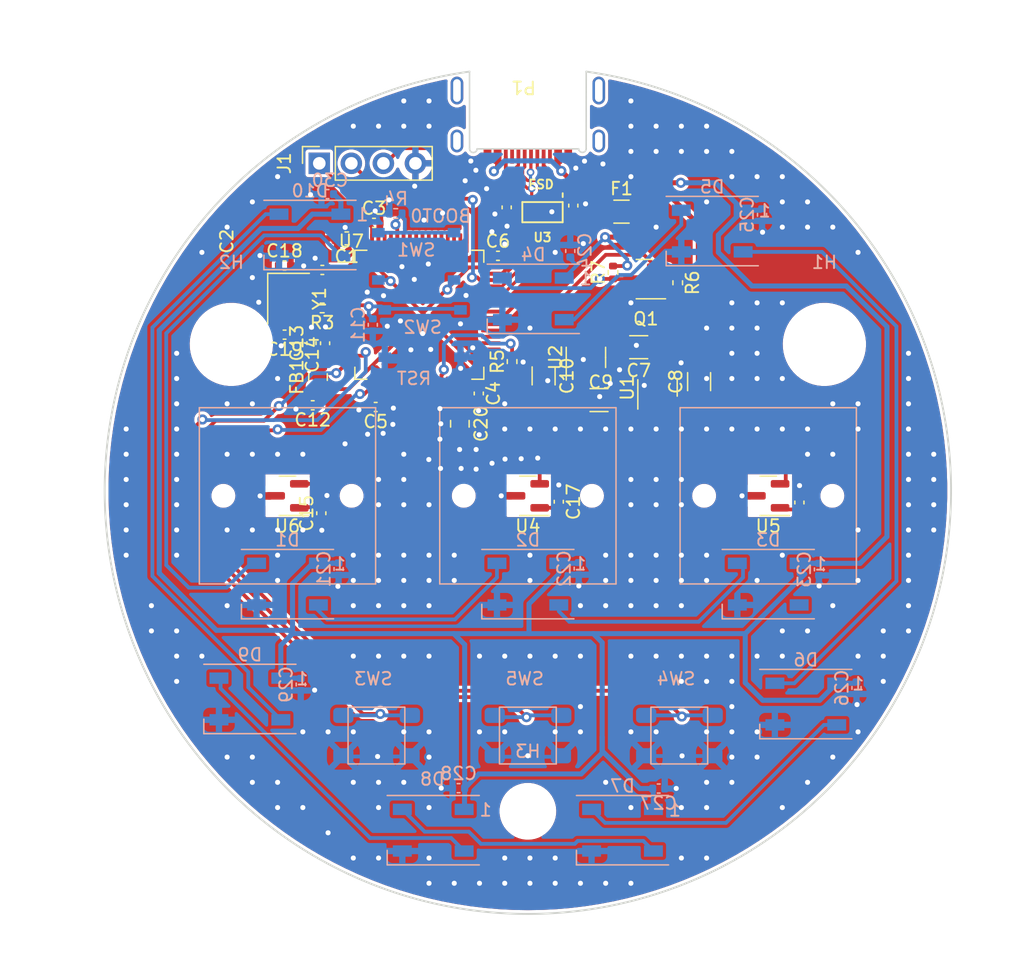
<source format=kicad_pcb>
(kicad_pcb (version 20221018) (generator pcbnew)
  (title_block (title "RP2040 Minimal Design Example") (date "2020-07-13") (rev "REV1") (company "Raspberry Pi (Trading) Ltd"))
  (layers (0 "F.Cu" mixed) (1 "In1.Cu" power "GND") (2 "In2.Cu" power "GND2") (31 "B.Cu" mixed) (34 "B.Paste" user) (35 "F.Paste" user) (36 "B.SilkS" user "B.Silkscreen") (37 "F.SilkS" user "F.Silkscreen") (38 "B.Mask" user) (39 "F.Mask" user) (44 "Edge.Cuts" user))
  (net 0 "")
  (net 1 "GND")
  (net 2 "VBUS")
  (net 3 "BUTT0")
  (net 4 "Net-(D6-DOUT)")
  (net 5 "+5V")
  (net 6 "Net-(D4-DOUT)")
  (net 7 "Net-(D5-DOUT)")
  (net 8 "Net-(P1-CC1)")
  (net 9 "Net-(P1-CC2)")
  (net 11 "OSC_IN")
  (net 12 "Net-(D7-DOUT)")
  (net 13 "USB_D+")
  (net 14 "USB_D-")
  (net 15 "LED_D")
  (net 16 "ADC_IN1")
  (net 17 "OSC_OUT")
  (net 18 "BOOT0")
  (net 19 "ADC_IN2")
  (net 20 "ADC_IN3")
  (net 21 "BUTT1")
  (net 22 "BUTT2")
  (net 23 "NRST")
  (net 24 "BOOT1")
  (net 28 "Net-(D4-DIN)")
  (net 29 "Net-(D2-DOUT)")
  (net 30 "UG_DIN")
  (net 31 "VDD")
  (net 32 "VDDA")
  (net 33 "Net-(C19-Pad1)")
  (net 34 "SWDIO")
  (net 35 "SWCLK")
  (net 36 "SWO")
  (net 37 "Net-(U7-VCAP1)")
  (net 38 "Net-(D10-DIN)")
  (net 70 "+4V4")
  (net 71 "Net-(D8-DOUT)")
  (net 74 "Net-(D1-DOUT)")
  (footprint "Capacitor_SMD:C_0805_2012Metric" (layer "F.Cu") (at 83.37 90.59 90)
    (fp_text reference "FB1")
    (fp_text value "GZ2012D601TF" hide)
  )
  (footprint "Capacitor_SMD:C_0603_1608Metric" (layer "F.Cu") (at 85.65 79.6 180)
    (fp_text reference "C1")
    (fp_text value "4u7")
  )
  (footprint "Capacitor_SMD:C_0402_1005Metric" (layer "F.Cu") (at 82.95 92.825 180)
    (fp_text reference "C12")
    (fp_text value "1u")
  )
  (footprint "Resistor_SMD:R_0402_1005Metric" (layer "F.Cu") (at 111.8775 83.115 -90)
    (fp_text reference "R6")
    (fp_text value "10k")
  )
  (footprint "Connector_USB:USB-TYPE-C-016_Receptacle_DEALON_16P_MidMnt" (layer "F.Cu") (at 100 67.88 180)
    (fp_text reference "P1")
    (fp_text value "USB-TYPE-C-016" hide)
    (fp_line (start -4.62 -4.6) (end -4.625 1.5) (stroke (width 0.12)) (layer "Edge.Cuts"))
    (fp_line (start -4.025 -4.625) (end 4.025 -4.625) (stroke (width 0.12)) (layer "Edge.Cuts"))
    (fp_line (start 4.62 -4.6) (end 4.625 1.5) (stroke (width 0.12)) (layer "Edge.Cuts"))
    (fp_arc (start -4.62 -4.6) (mid -4.335 -4.91) (end -4.025 -4.625) (stroke (width 0.12)) (layer "Edge.Cuts"))
    (fp_arc (start 4.025 -4.625) (mid 4.335 -4.91) (end 4.62 -4.6) (stroke (width 0.12)) (layer "Edge.Cuts"))
  )
  (footprint "Capacitor_SMD:C_0402_1005Metric" (layer "F.Cu") (at 87.94 92.96 180)
    (fp_text reference "C5")
    (fp_text value "100n")
  )
  (footprint "Package_TO_SOT_SMD:SOT-23" (layer "F.Cu") (at 119.05 100 180)
    (fp_text reference "U5")
    (fp_text value "SLSS49E")
  )
  (footprint "Package_TO_SOT_SMD:SOT-23" (layer "F.Cu") (at 110.275 91.45 90)
    (fp_text reference "U1")
    (fp_text value "ME6208A44M3G")
  )
  (footprint "Crystal:Crystal_SMD_3225-4Pin_3.2x2.5mm" (layer "F.Cu") (at 81.031907 84.37 -90)
    (fp_text reference "Y1")
    (fp_text value "8MHz" hide)
  )
  (footprint "Keebio-Parts:SOT-143B" (layer "F.Cu") (at 101.16 77.52 180)
    (fp_text reference "U3")
    (fp_text value "PRTR5V0U2X" hide)
  )
  (footprint "Capacitor_SMD:C_1206_3216Metric" (layer "F.Cu") (at 105.64 92.4125)
    (fp_text reference "C9")
    (fp_text value "10u")
  )
  (footprint "Capacitor_SMD:C_0402_1005Metric" (layer "F.Cu") (at 83.71 82.1 180)
    (fp_text reference "C2")
    (fp_text value "100n")
  )
  (footprint "Capacitor_SMD:C_0402_1005Metric" (layer "F.Cu") (at 103.6025 77 -90)
    (fp_text reference "R1" hide)
    (fp_text value "5.1k" hide)
  )
  (footprint "Capacitor_SMD:C_1206_3216Metric" (layer "F.Cu") (at 108.785 88.2225 180)
    (fp_text reference "C7")
    (fp_text value "10u")
  )
  (footprint "Capacitor_SMD:C_0402_1005Metric" (layer "F.Cu") (at 83.63 101.38 90)
    (fp_text reference "C15")
    (fp_text value "100n" hide)
  )
  (footprint "Capacitor_SMD:C_0402_1005Metric" (layer "F.Cu") (at 83.93 87.91 90)
    (fp_text reference "C14")
    (fp_text value "10n")
  )
  (footprint "Capacitor_SMD:C_1206_3216Metric" (layer "F.Cu") (at 101.247813 90.493813 -90)
    (fp_text reference "C10")
    (fp_text value "10u")
  )
  (footprint "Capacitor_SMD:C_0402_1005Metric" (layer "F.Cu") (at 87.805 78.37)
    (fp_text reference "C3")
    (fp_text value "100n")
  )
  (footprint "Resistor_SMD:R_0402_1005Metric" (layer "F.Cu") (at 83.7 85.11 180)
    (fp_text reference "R3")
    (fp_text value "47")
  )
  (footprint "Resistor_SMD:R_0402_1005Metric" (layer "F.Cu") (at 106.75 82.3 90)
    (fp_text reference "R7")
    (fp_text value "10k")
  )
  (footprint "Package_TO_SOT_SMD:SOT-23" (layer "F.Cu") (at 100 100 180)
    (fp_text reference "U4")
    (fp_text value "SLSS49E")
  )
  (footprint "Capacitor_SMD:C_0402_1005Metric" (layer "F.Cu") (at 97.63 80.98)
    (fp_text reference "C6")
    (fp_text value "100n")
  )
  (footprint "Capacitor_SMD:C_0402_1005Metric" (layer "F.Cu") (at 102.45 100.47 -90)
    (fp_text reference "C17")
    (fp_text value "100n")
  )
  (footprint "Capacitor_SMD:C_1206_3216Metric" (layer "F.Cu") (at 113.57 90.95 90)
    (fp_text reference "C8")
    (fp_text value "10u")
  )
  (footprint "Package_TO_SOT_SMD:SOT-23" (layer "F.Cu") (at 80.95 100 180)
    (fp_text reference "U6")
    (fp_text value "SLSS49E")
  )
  (footprint "Capacitor_SMD:C_0402_1005Metric" (layer "F.Cu") (at 98.32 77.14 -90)
    (fp_text reference "R2" hide)
    (fp_text value "5.1k" hide)
  )
  (footprint "Resistor_SMD:R_0402_1005Metric" (layer "F.Cu") (at 98.75 89.36 90)
    (fp_text reference "R5")
    (fp_text value "10k" hide)
  )
  (footprint "Capacitor_SMD:C_0402_1005Metric" (layer "F.Cu") (at 82.85 87.9 90)
    (fp_text reference "C13")
    (fp_text value "1u")
  )
  (footprint "Capacitor_SMD:C_0402_1005Metric" (layer "F.Cu") (at 121.52 100.53 -90)
    (fp_text reference "C16" hide)
    (fp_text value "100n")
  )
  (footprint "Capacitor_SMD:C_0402_1005Metric" (layer "F.Cu") (at 80.719635 87.228258 180)
    (fp_text reference "C19")
    (fp_text value "12p")
  )
  (footprint "Capacitor_SMD:C_0402_1005Metric" (layer "F.Cu") (at 96.11 91.888959 -90)
    (fp_text reference "C4")
    (fp_text value "100n")
  )
  (footprint "Package_TO_SOT_SMD:SOT-23" (layer "F.Cu") (at 109.2375 82.825 180)
    (fp_text reference "Q1")
    (fp_text value "BSS138")
  )
  (footprint "Capacitor_SMD:C_0402_1005Metric" (layer "F.Cu") (at 80.714635 81.748258)
    (fp_text reference "C18")
    (fp_text value "12p")
  )
  (footprint "Package_QFP:LQFP-64_10x10mm_P0.5mm" (layer "F.Cu") (at 91.4 85.65)
    (fp_text reference "U7")
    (fp_text value "STM32F401RCTx")
  )
  (footprint "Connector_PinSocket_2.54mm:PinSocket_1x04_P2.54mm_Vertical" (layer "F.Cu") (at 83.47 73.65 90)
    (fp_text reference "J1")
    (fp_text value "Conn_01x04_Socket")
  )
  (footprint "Fuse:Fuse_1206_3216Metric" (layer "F.Cu") (at 107.42 77.48)
    (fp_text reference "F1")
    (fp_text value "nSMD050-24V" hide)
  )
  (footprint "Capacitor_SMD:C_0805_2012Metric" (layer "F.Cu") (at 94.61 94.29 -90)
    (fp_text reference "C20")
    (fp_text value "4u7")
  )
  (footprint "Package_TO_SOT_SMD:SOT-23-5" (layer "F.Cu") (at 104.6 89.03 90)
    (fp_text reference "U2")
    (fp_text value "ME6212C25M5G")
  )
  (footprint "Button_Switch_SMD:PTS647_4.5x4.5mm" (layer "B.Cu") (at 112 119 180)
    (fp_text reference "SW4")
    (fp_text value "BUTT3")
  )
  (footprint "LED_SMD:LED_WS2812B_PLCC4_5.0x5.0mm_P3.2mm" (layer "B.Cu") (at 82.73 79.33 180)
    (fp_text reference "D10")
    (fp_text value "WS2812B")
  )
  (footprint "Capacitor_SMD:C_0402_1005Metric" (layer "B.Cu") (at 82 114.95 -90)
    (fp_text reference "C29")
    (fp_text value "100n")
  )
  (footprint "MountingHole:MountingHole_4.3mm_M4_DIN965" (layer "B.Cu") (at 100 125 180)
    (fp_text reference "H3")
    (fp_text value "MountingHole_4.3mm_M4_DIN965")
  )
  (footprint "Capacitor_SMD:C_0402_1005Metric" (layer "B.Cu") (at 84.12 76.09 180)
    (fp_text reference "C30")
    (fp_text value "100n")
  )
  (footprint "Button_Switch_SMD:PTS647_4.5x4.5mm" (layer "B.Cu") (at 88 119 180)
    (fp_text reference "SW3")
    (fp_text value "BUTT1")
  )
  (footprint "Button_Switch_SMD:TS-1187A" (layer "B.Cu") (at 91.66 87.14 180)
    (fp_text reference "SW2")
    (fp_text value "TS-1187A-B-A-B" hide)
  )
  (footprint "Button_Switch_Keyboard:SW_Lekker_MX_1.00u_PCB" (layer "B.Cu") (at 119.05 100 180)
    (fp_text reference "REF**" hide)
    (fp_text value "SW_Lekker_MX_1.00u_PCB")
  )
  (footprint "Capacitor_SMD:C_0402_1005Metric" (layer "B.Cu") (at 123.07 105.83 -90)
    (fp_text reference "C23")
    (fp_text value "100n")
  )
  (footprint "LED_SMD:LED_WS2812B_PLCC4_5.0x5.0mm_P3.2mm" (layer "B.Cu") (at 80.95 107 180)
    (fp_text reference "D1")
    (fp_text value "WS2812B")
  )
  (footprint "Capacitor_SMD:C_0402_1005Metric" (layer "B.Cu") (at 85 105.8 -90)
    (fp_text reference "C21")
    (fp_text value "100n")
  )
  (footprint "Button_Switch_Keyboard:SW_Lekker_MX_1.00u_PCB" (layer "B.Cu") (at 100 100 180)
    (fp_text reference "REF**" hide)
    (fp_text value "SW_Lekker_MX_1.00u_PCB")
  )
  (footprint "Capacitor_SMD:C_0402_1005Metric" (layer "B.Cu") (at 118.56 77.73 -90)
    (fp_text reference "C25")
    (fp_text value "100n")
  )
  (footprint "Button_Switch_SMD:TS-1187A" (layer "B.Cu") (at 91.15 81.02 180)
    (fp_text reference "SW1")
    (fp_text value "TS-1187A-B-A-B")
  )
  (footprint "MountingHole:MountingHole_6.4mm_M6_DIN965" (layer "B.Cu") (at 76.5 88 180)
    (fp_text reference "H2")
    (fp_text value "MountingHole_6.4mm_M6_DIN965")
  )
  (footprint "Capacitor_SMD:C_0402_1005Metric" (layer "B.Cu") (at 104.03 105.77 -90)
    (fp_text reference "C22")
    (fp_text value "100n")
  )
  (footprint "Capacitor_SMD:C_0402_1005Metric" (layer "B.Cu") (at 94.51 123.17 180)
    (fp_text reference "C28")
    (fp_text value "100n")
  )
  (footprint "LED_SMD:LED_WS2812B_PLCC4_5.0x5.0mm_P3.2mm" (layer "B.Cu") (at 119.05 107 180)
    (fp_text reference "D3")
    (fp_text value "WS2812B")
  )
  (footprint "Resistor_SMD:R_0402_1005Metric" (layer "B.Cu") (at 89.525 77.625 180)
    (fp_text reference "R4")
    (fp_text value "10k")
  )
  (footprint "MountingHole:MountingHole_6.4mm_M6_DIN965" (layer "B.Cu") (at 123.5 88 180)
    (fp_text reference "H1")
    (fp_text value "MountingHole_6.4mm_M6_DIN965" hide)
  )
  (footprint "LED_SMD:LED_WS2812B_PLCC4_5.0x5.0mm_P3.2mm" (layer "B.Cu") (at 100 107 180)
    (fp_text reference "D2")
    (fp_text value "WS2812B")
  )
  (footprint "Capacitor_SMD:C_0402_1005Metric" (layer "B.Cu") (at 126.045 115.225 -90)
    (fp_text reference "C26")
    (fp_text value "100n")
  )
  (footprint "Button_Switch_SMD:PTS647_4.5x4.5mm" (layer "B.Cu") (at 100 119 180)
    (fp_text reference "SW5")
    (fp_text value "BUTT2")
  )
  (footprint "LED_SMD:LED_WS2812B_PLCC4_5.0x5.0mm_P3.2mm" (layer "B.Cu") (at 100.43 84.39 180)
    (fp_text reference "D4")
    (fp_text value "WS2812B")
  )
  (footprint "Capacitor_SMD:C_0402_1005Metric" (layer "B.Cu") (at 103.36 80.6 90)
    (fp_text reference "C24")
    (fp_text value "100n")
  )
  (footprint "Capacitor_SMD:C_0402_1005Metric" (layer "B.Cu") (at 87.71 86.45 -90)
    (fp_text reference "C11")
    (fp_text value "100n")
  )
  (footprint "Button_Switch_Keyboard:SW_Lekker_MX_1.00u_PCB" (layer "B.Cu") (at 80.95 100 180)
    (fp_text reference "REF**" hide)
    (fp_text value "SW_Lekker_MX_1.00u_PCB")
  )
  (footprint "LED_SMD:LED_WS2812B_PLCC4_5.0x5.0mm_P3.2mm" (layer "B.Cu") (at 92.5 126.5 180)
    (fp_text reference "D8")
    (fp_text value "WS2812B")
  )
  (footprint "LED_SMD:LED_WS2812B_PLCC4_5.0x5.0mm_P3.2mm" (layer "B.Cu") (at 77.97 116.1 180)
    (fp_text reference "D9")
    (fp_text value "WS2812B")
  )
  (footprint "LED_SMD:LED_WS2812B_PLCC4_5.0x5.0mm_P3.2mm" (layer "B.Cu") (at 122.025 116.505 180)
    (fp_text reference "D6")
    (fp_text value "WS2812B")
  )
  (footprint "LED_SMD:LED_WS2812B_PLCC4_5.0x5.0mm_P3.2mm" (layer "B.Cu") (at 107.5 126.5 180)
    (fp_text reference "D7")
    (fp_text value "WS2812B")
  )
  (footprint "LED_SMD:LED_WS2812B_PLCC4_5.0x5.0mm_P3.2mm" (layer "B.Cu") (at 114.61 79.02 180)
    (fp_text reference "D5")
    (fp_text value "WS2812B")
  )
  (footprint "Capacitor_SMD:C_0402_1005Metric" (layer "B.Cu") (at 110.37 123.2)
    (fp_text reference "C27")
    (fp_text value "100n")
  )
  (gr_arc (start 104.625 66.38) (mid 100.000006 133.136981) (end 95.375 66.380001) (stroke (width 0.15)) (layer "Edge.Cuts"))
  (segment (start 96.14 95.16) (end 95.761041 95.16) (width 0.3) (layer "F.Cu") (net 1))
  (segment (start 83.67 102.73) (end 83.67 101.884954) (width 0.3) (layer "F.Cu") (net 1))
  (segment (start 107.265 90.0125) (end 107.255 89.885) (width 0.6) (layer "F.Cu") (net 1))
  (segment (start 109.225 92.2875) (end 109.325 92.3875) (width 0.6) (layer "F.Cu") (net 1))
  (segment (start 79.879635 85.468258) (end 79.879635 86.868258) (width 0.3) (layer "F.Cu") (net 1))
  (segment (start 82.231907 81.78) (end 82.200165 81.748258) (width 0.3) (layer "F.Cu") (net 1))
  (segment (start 97.39 77.67) (end 97.387 77.667) (width 0.3) (layer "F.Cu") (net 1))
  (segment (start 96.8 73.105) (end 96.347355 73.105) (width 0.6) (layer "F.Cu") (net 1))
  (segment (start 88.15 91.325) (end 88.15 92.227035) (width 0.3) (layer "F.Cu") (net 1))
  (segment (start 117.624 100) (end 116.97 100) (width 0.6) (layer "F.Cu") (net 1))
  (segment (start 88.15 92.227035) (end 87.46 92.917035) (width 0.3) (layer "F.Cu") (net 1))
  (segment (start 95.479259 73.467682) (end 95.764073 73.467682) (width 0.3) (layer "F.Cu") (net 1))
  (segment (start 88.355 78.3) (end 88.285 78.37) (width 0.3) (layer "F.Cu") (net 1))
  (segment (start 87.9 77.425) (end 88.355 77.88) (width 0.3) (layer "F.Cu") (net 1))
  (segment (start 86.69 93.21) (end 86.71 93.21) (width 0.3) (layer "F.Cu") (net 1))
  (segment (start 104.395531 89.199924) (end 104.6 89.404393) (width 0.6) (layer "F.Cu") (net 1))
  (segment (start 81.925 92.825) (end 82.47 92.825) (width 0.3) (layer "F.Cu") (net 1))
  (segment (start 95.761041 95.16) (end 95.61 95.008959) (width 0.3) (layer "F.Cu") (net 1))
  (segment (start 85.52 78.73) (end 84.815 79.435) (width 0.6) (layer "F.Cu") (net 1))
  (segment (start 112.98 89.46) (end 112.1425 89.46) (width 0.6) (layer "F.Cu") (net 1))
  (segment (start 78.74 99.97) (end 78.69 99.97) (width 0.3) (layer "F.Cu") (net 1))
  (segment (start 103.8 73.95) (end 103.72 73.87) (width 0.3) (layer "F.Cu") (net 1))
  (segment (start 101.9 77.49) (end 101.9 76.410046) (width 0.4) (layer "F.Cu") (net 1))
  (segment (start 103.569466 73.474466) (end 103.2 73.105) (width 0.6) (layer "F.Cu") (net 1))
  (segment (start 101.575 90.875) (end 101.575 91.943813) (width 0.6) (layer "F.Cu") (net 1))
  (segment (start 87.21 93.21) (end 86.73 93.21) (width 0.3) (layer "F.Cu") (net 1))
  (segment (start 96.11 93.238959) (end 96.09 93.258959) (width 0.3) (layer "F.Cu") (net 1))
  (segment (start 99.155 89.87) (end 99.625 89.4) (width 0.3) (layer "F.Cu") (net 1))
  (segment (start 88.355 77.88) (end 88.355 78.3) (width 0.3) (layer "F.Cu") (net 1))
  (segment (start 104.375 76.895) (end 104.57 76.86) (width 0.3) (layer "F.Cu") (net 1))
  (segment (start 97.47 77.67) (end 97.467 77.667) (width 0.3) (layer "F.Cu") (net 1))
  (segment (start 98.17 80.05) (end 98.17 81.168959) (width 0.3) (layer "F.Cu") (net 1))
  (segment (start 98.319 77.67) (end 97.39 77.67) (width 0.3) (layer "F.Cu") (net 1))
  (segment (start 81.260071 81.735932) (end 81.260071 83.135932) (width 0.3) (layer "F.Cu") (net 1))
  (segment (start 98.684 100) (end 97.656 100) (width 0.6) (layer "F.Cu") (net 1))
  (segment (start 83.96 86.61) (end 83.91 86.66) (width 0.3) (layer "F.Cu") (net 1))
  (segment (start 98.17 81.168959) (end 98.19 81.188959) (width 0.3) (layer "F.Cu") (net 1))
  (segment (start 96.8 73.105) (end 96.8 73.22) (width 0.6) (layer "F.Cu") (net 1))
  (segment (start 109.225 91.25) (end 109.225 92.2875) (width 0.6) (layer "F.Cu") (net 1))
  (segment (start 95.953897 73.364117) (end 95.850332 73.467682) (width 0.6) (layer "F.Cu") (net 1))
  (segment (start 79.574 100.01) (end 78.546 100.01) (width 0.6) (layer "F.Cu") (net 1))
  (segment (start 107.04 91.615) (end 107.04 92.3425) (width 0.6) (layer "F.Cu") (net 1))
  (segment (start 80.45 88.11) (end 80.239635 87.899635) (width 0.3) (layer "F.Cu") (net 1))
  (segment (start 80.45 88.11) (end 80.39053 88.05053) (width 0.3) (layer "F.Cu") (net 1))
  (segment (start 83.23 81.26) (end 83.23 82.1) (width 0.3) (layer "F.Cu") (net 1))
  (segment (start 86.73 93.21) (end 86.61 93.19) (width 0.3) (layer "F.Cu") (net 1))
  (segment (start 98.19 81.188959) (end 98.19 81.638959) (width 0.3) (layer "F.Cu") (net 1))
  (segment (start 86.61 93.19) (end 86.69 93.21) (width 0.3) (layer "F.Cu") (net 1))
  (segment (start 107.095 92.515) (end 107.075 92.535) (width 0.6) (layer "F.Cu") (net 1))
  (segment (start 81.62 93.13) (end 81.925 92.825) (width 0.3) (layer "F.Cu") (net 1))
  (segment (start 108.47 88.205) (end 107.245 88.205) (width 0.6) (layer "F.Cu") (net 1))
  (segment (start 83.91 86.66) (end 83.91 87.15) (width 0.3) (layer "F.Cu") (net 1))
  (segment (start 94.65 92.201041) (end 94.898959 92.45) (width 0.3) (layer "F.Cu") (net 1))
  (segment (start 83.14 81.17) (end 83.23 81.26) (width 0.3) (layer "F.Cu") (net 1))
  (segment (start 98.2 82.151041) (end 97.951041 82.4) (width 0.3) (layer "F.Cu") (net 1))
  (segment (start 121.53 99.19) (end 121.53 99.37) (width 0.3) (layer "F.Cu") (net 1))
  (segment (start 103.2 73.35) (end 103.8 73.95) (width 0.6) (layer "F.Cu") (net 1))
  (segment (start 105.765 92.2125) (end 106.74 92.2125) (width 0.6) (layer "F.Cu") (net 1))
  (segment (start 98.75 89.87) (end 99.155 89.87) (width 0.3) (layer "F.Cu") (net 1))
  (segment (start 80.39053 88.05053) (end 80.221907 88.05053) (width 0.3) (layer "F.Cu") (net 1))
  (segment (start 78.671907 84.66) (end 78.971377 84.66) (width 0.6) (layer "F.Cu") (net 1))
  (segment (start 113.0175 89.4975) (end 112.98 89.46) (width 0.6) (layer "F.Cu") (net 1))
  (segment (start 94.55 95.018959) (end 95.998959 95.018959) (width 0.6) (layer "F.Cu") (net 1))
  (segment (start 95.82 74.2) (end 95.9 74.12) (width 0.6) (layer "F.Cu") (net 1))
  (segment (start 121.52 100.05) (end 121.52 99.38) (width 0.3) (layer "F.Cu") (net 1))
  (segment (start 103.2 73.105) (end 103.2 73.35) (width 0.3) (layer "F.Cu") (net 1))
  (segment (start 87.46 92.96) (end 87.21 93.21) (width 0.3) (layer "F.Cu") (net 1))
  (segment (start 95.850332 73.467682) (end 95.479259 73.467682) (width 0.6) (layer "F.Cu") (net 1))
  (segment (start 103.6025 77.48) (end 103.95 77.48) (width 0.3) (layer "F.Cu") (net 1))
  (segment (start 101.9 76.410046) (end 101.985023 76.325023) (width 0.4) (layer "F.Cu") (net 1))
  (segment (start 98.2 81.648959) (end 98.2 82.151041) (width 0.3) (layer "F.Cu") (net 1))
  (segment (start 88.15 79.975) (end 88.15 78.505) (width 0.3) (layer "F.Cu") (net 1))
  (segment (start 96.8 73.22) (end 95.88 74.14) (width 0.6) (layer "F.Cu") (net 1))
  (segment (start 97.951041 82.4) (end 97.075 82.4) (width 0.3) (layer "F.Cu") (net 1))
  (segment (start 106.5275 91.1025) (end 107.04 91.615) (width 0.6) (layer "F.Cu") (net 1))
  (segment (start 82.200165 81.748258) (end 81.194635 81.748258) (width 0.3) (layer "F.Cu") (net 1))
  (segment (start 96.11 92.368959) (end 96.11 93.238959) (width 0.3) (layer "F.Cu") (net 1))
  (segment (start 95.998959 95.018959) (end 96.14 95.16) (width 0.6) (layer "F.Cu") (net 1))
  (segment (start 85.725 87.4) (end 84.075 87.4) (width 0.3) (layer "F.Cu") (net 1))
  (segment (start 88.15 78.505) (end 88.285 78.37) (width 0.3) (layer "F.Cu") (net 1))
  (segment (start 103.8 74.03) (end 103.8 73.95) (width 0.3) (layer "F.Cu") (net 1))
  (segment (start 96.347355 73.105) (end 96.235333 73.217022) (width 0.6) (layer "F.Cu") (net 1))
  (segment (start 78.971377 84.66) (end 79.809635 85.498258) (width 0.6) (layer "F.Cu") (net 1))
  (segment (start 96.235333 73.217022) (end 95.953897 73.364117) (width 0.6) (layer "F.Cu") (net 1))
  (segment (start 104.6 89.404393) (end 104.6 90.1675) (width 0.6) (layer "F.Cu") (net 1))
  (segment (start 87.46 92.917035) (end 87.46 92.96) (width 0.3) (layer "F.Cu") (net 1))
  (segment (start 104.489898 73.474466) (end 103.569466 73.474466) (width 0.6) (layer "F.Cu") (net 1))
  (segment (start 95.88 74.14) (end 95.88 74.2) (width 0.6) (layer "F.Cu") (net 1))
  (segment (start 107.255 89.895) (end 107.255 89.905) (width 0.6) (layer "F.Cu") (net 1))
  (segment (start 79.879635 86.868258) (end 80.239635 87.228258) (width 0.3) (layer "F.Cu") (net 1))
  (segment (start 82.85 86.64) (end 82.85 87.42) (width 0.3) (layer "F.Cu") (net 1))
  (segment (start 98.19 81.638959) (end 98.2 81.648959) (width 0.3) (layer "F.Cu") (net 1))
  (segment (start 97.467 77.667) (end 97.387 77.667) (width 0.3) (layer "F.Cu") (net 1))
  (segment (start 102.45 99.14) (end 102.45 99.99) (width 0.3) (layer "F.Cu") (net 1))
  (segment (start 105.69 92.1375) (end 105.765 92.2125) (width 0.6) (layer "F.Cu") (net 1))
  (segment (start 108.6 88.075) (end 108.47 88.205) (width 0.6) (layer "F.Cu") (net 1))
  (segment (start 107.255 89.885) (end 107.255 88.21) (width 0.6) (layer "F.Cu") (net 1))
  (segment (start 94.65 91.325) (end 94.65 92.201041) (width 0.3) (layer "F.Cu") (net 1))
  (segment (start 113.0175 89.4975) (end 113.0975 89.4175) (width 0.6) (layer "F.Cu") (net 1))
  (segment (start 80.239635 87.899635) (end 80.239635 87.228258) (width 0.3) (layer "F.Cu") (net 1))
  (segment (start 103.95 77.48) (end 104.57 76.86) (width 0.3) (layer "F.Cu") (net 1))
  (segment (start 107.255 89.905) (end 107.265 90.0125) (width 0.6) (layer "F.Cu") (net 1))
  (segment (start 101.575 90.875) (end 101.575 91.015) (width 0.6) (layer "F.Cu") (net 1))
  (segment (start 78.78 100.01) (end 78.74 99.97) (width 0.3) (layer "F.Cu") (net 1))
  (segment (start 104.57 76.86) (end 104.39 76.88) (width 0.3) (layer "F.Cu") (net 1))
  (segment (start 96.028959 92.45) (end 96.11 92.368959) (width 0.3) (layer "F.Cu") (net 1))
  (segment (start 121.52 99.38) (end 121.53 99.19) (width 0.3) (layer "F.Cu") (net 1))
  (segment (start 84.815 79.435) (end 84.815 79.61) (width 0.6) (layer "F.Cu") (net 1))
  (segment (start 94.898959 92.45) (end 96.028959 92.45) (width 0.3) (layer "F.Cu") (net 1))
  (segment (start 95.88 74.2) (end 95.82 74.2) (width 0.6) (layer "F.Cu") (net 1))
  (via (at 108.166 94.706) (size 0.8) (drill 0.4) (layers "F.Cu" "B.Cu") (net 1))
  (via (at 102.166 118.706) (size 0.8) (drill 0.4) (layers "F.Cu" "B.Cu") (net 1))
  (via (at 80.166 124.706) (size 0.8) (drill 0.4) (layers "F.Cu" "B.Cu") (net 1))
  (via (at 92.166 120.706) (size 0.8) (drill 0.4) (layers "F.Cu" "B.Cu") (net 1))
  (via (at 72.166 112.706) (size 0.8) (drill 0.4) (layers "F.Cu" "B.Cu") (net 1))
  (via (at 90.166 106.706) (size 0.8) (drill 0.4) (layers "F.Cu" "B.Cu") (net 1))
  (via (at 83.96 86.61) (size 0.8) (drill 0.4) (layers "F.Cu" "B.Cu") (net 1))
  (via (at 82.166 96.706) (size 0.8) (drill 0.4) (layers "F.Cu" "B.Cu") (net 1))
  (via (at 96.14 95.16) (size 0.8) (drill 0.4) (layers "F.Cu" "B.Cu") (net 1))
  (via (at 88.86 86.56) (size 0.8) (drill 0.4) (layers "F.Cu" "B.Cu") (net 1))
  (via (at 112.166 100.706) (size 0.8) (drill 0.4) (layers "F.Cu" "B.Cu") (net 1))
  (via (at 114.166 76.706) (size 0.8) (drill 0.4) (layers "F.Cu" "B.Cu") (net 1))
  (via (at 88.53 95.05) (size 0.8) (drill 0.4) (layers "F.Cu" "B.Cu") (net 1))
  (via (at 98.166 130.706) (size 0.8) (drill 0.4) (layers "F.Cu" "B.Cu") (net 1))
  (via (at 92.166 124.706) (size 0.8) (drill 0.4) (layers "F.Cu" "B.Cu") (net 1))
  (via (at 118.166 90.706) (size 0.8) (drill 0.4) (layers "F.Cu" "B.Cu") (net 1))
  (via (at 130.166 96.706) (size 0.8) (drill 0.4) (layers "F.Cu" "B.Cu") (net 1))
  (via (at 116.166 116.706) (size 0.8) (drill 0.4) (layers "F.Cu" "B.Cu") (net 1))
  (via (at 130.166 98.706) (size 0.8) (drill 0.4) (layers "F.Cu" "B.Cu") (net 1))
  (via (at 106.5275 91.1025) (size 0.8) (drill 0.4) (layers "F.Cu" "B.Cu") (net 1))
  (via (at 106.166 94.706) (size 0.8) (drill 0.4) (layers "F.Cu" "B.Cu") (net 1))
  (via (at 95.88 74.2) (size 0.8) (drill 0.4) (layers "F.Cu" "B.Cu") (net 1))
  (via (at 96.73 75.66) (size 0.8) (drill 0.4) (layers "F.Cu" "B.Cu") (net 1))
  (via (at 112.166 114.706) (size 0.8) (drill 0.4) (layers "F.Cu" "B.Cu") (net 1))
  (via (at 95.9 97.89) (size 0.8) (drill 0.4) (layers "F.Cu" "B.Cu") (net 1))
  (via (at 88.166 112.706) (size 0.8) (drill 0.4) (layers "F.Cu" "B.Cu") (net 1))
  (via (at 97.89 100) (size 0.8) (drill 0.4) (layers "F.Cu" "B.Cu") (net 1))
  (via (at 72.166 88.706) (size 0.8) (drill 0.4) (layers "F.Cu" "B.Cu") (net 1))
  (via (at 82.231907 81.78) (size 0.8) (drill 0.4) (layers "F.Cu" "B.Cu") (net 1))
  (via (at 100.166 94.706) (size 0.8) (drill 0.4) (layers "F.Cu" "B.Cu") (net 1))
  (via (at 76.166 102.706) (size 0.8) (drill 0.4) (layers "F.Cu" "B.Cu") (net 1))
  (via (at 130.166 110.706) (size 0.8) (drill 0.4) (layers "F.Cu" "B.Cu") (net 1))
  (via (at 114.166 124.706) (size 0.8) (drill 0.4) (layers "F.Cu" "B.Cu") (net 1))
  (via (at 100.166 112.706) (size 0.8) (drill 0.4) (layers "F.Cu" "B.Cu") (net 1))
  (via (at 108.166 100.706) (size 0.8) (drill 0.4) (layers "F.Cu" "B.Cu") (net 1))
  (via (at 87.9 77.425) (size 0.8) (drill 0.4) (layers "F.Cu" "B.Cu") (net 1))
  (via (at 107.265 90.0125) (size 0.8) (drill 0.4) (layers "F.Cu" "B.Cu") (net 1))
  (via (at 88.166 70.706) (size 0.8) (drill 0.4) (layers "F.Cu" "B.Cu") (net 1))
  (via (at 89.3405 93.05) (size 0.8) (drill 0.4) (layers "F.Cu" "B.Cu") (net 1))
  (via (at 90.166 98.706) (size 0.8) (drill 0.4) (layers "F.Cu" "B.Cu") (net 1))
  (via (at 110.166 106.706) (size 0.8) (drill 0.4) (layers "F.Cu" "B.Cu") (net 1))
  (via (at 78.166 122.706) (size 0.8) (drill 0.4) (layers "F.Cu" "B.Cu") (net 1))
  (via (at 78.166 102.706) (size 0.8) (drill 0.4) (layers "F.Cu" "B.Cu") (net 1))
  (via (at 114.166 128.706) (size 0.8) (drill 0.4) (layers "F.Cu" "B.Cu") (net 1))
  (via (at 120.166 94.706) (size 0.8) (drill 0.4) (layers "F.Cu" "B.Cu") (net 1))
  (via (at 90.166 68.706) (size 0.8) (drill 0.4) (layers "F.Cu" "B.Cu") (net 1))
  (via (at 120.166 104.706) (size 0.8) (drill 0.4) (layers "F.Cu" "B.Cu") (net 1))
  (via (at 122.166 96.706) (size 0.8) (drill 0.4) (layers "F.Cu" "B.Cu") (net 1))
  (via (at 124.166 96.706) (size 0.8) (drill 0.4) (layers "F.Cu" "B.Cu") (net 1))
  (via (at 102.45 99.14) (size 0.8) (drill 0.4) (layers "F.Cu" "B.Cu") (net 1))
  (via (at 96.166 130.706) (size 0.8) (drill 0.4) (layers "F.Cu" "B.Cu") (net 1))
  (via (at 114.166 94.706) (size 0.8) (drill 0.4) (layers "F.Cu" "B.Cu") (net 1))
  (via (at 90.02 81.84) (size 0.8) (drill 0.4) (layers "F.Cu" "B.Cu") (net 1))
  (via (at 99.47 97.06) (size 0.8) (drill 0.4) (layers "F.Cu" "B.Cu") (net 1))
  (via (at 86.166 112.706) (size 0.8) (drill 0.4) (layers "F.Cu" "B.Cu") (net 1))
  (via (at 104.166 118.706) (size 0.8) (drill 0.4) (layers "F.Cu" "B.Cu") (net 1))
  (via (at 78.671907 84.66) (size 0.8) (drill 0.4) (layers "F.Cu" "B.Cu") (net 1))
  (via (at 106.166 104.706) (size 0.8) (drill 0.4) (layers "F.Cu" "B.Cu") (net 1))
  (via (at 112.166 70.706) (size 0.8) (drill 0.4) (layers "F.Cu" "B.Cu") (net 1))
  (via (at 95.1 84.12) (size 0.8) (drill 0.4) (layers "F.Cu" "B.Cu") (net 1))
  (via (at 112.166 72.706) (size 0.8) (drill 0.4) (layers "F.Cu" "B.Cu") (net 1))
  (via (at 96.166 112.706) (size 0.8) (drill 0.4) (layers "F.Cu" "B.Cu") (net 1))
  (via (at 124.166 120.706) (size 0.8) (drill 0.4) (layers "F.Cu" "B.Cu") (net 1))
  (via (at 98.17 80.05) (size 0.8) (drill 0.4) (layers "F.Cu" "B.Cu") (net 1))
  (via (at 95.9 96.3305) (size 0.8) (drill 0.4) (layers "F.Cu" "B.Cu") (net 1))
  (via (at 83.14 81.17) (size 0.8) (drill 0.4) (layers "F.Cu" "B.Cu") (net 1))
  (via (at 100.166 106.706) (size 0.8) (drill 0.4) (layers "F.Cu" "B.Cu") (net 1))
  (via (at 124.166 78.706) (size 0.8) (drill 0.4) (layers "F.Cu" "B.Cu") (net 1))
  (via (at 85.52 78.73) (size 0.8) (drill 0.4) (layers "F.Cu" "B.Cu") (net 1))
  (via (at 88.166 124.706) (size 0.8) (drill 0.4) (layers "F.Cu" "B.Cu") (net 1))
  (via (at 68.166 104.706) (size 0.8) (drill 0.4) (layers "F.Cu" "B.Cu") (net 1))
  (via (at 118.166 112.706) (size 0.8) (drill 0.4) (layers "F.Cu" "B.Cu") (net 1))
  (via (at 76.166 96.706) (size 0.8) (drill 0.4) (layers "F.Cu" "B.Cu") (net 1))
  (via (at 90.166 104.706) (size 0.8) (drill 0.4) (layers "F.Cu" "B.Cu") (net 1))
  (via (at 102.166 94.706) (size 0.8) (drill 0.4) (layers "F.Cu" "B.Cu") (net 1))
  (via (at 80.166 90.706) (size 0.8) (drill 0.4) (layers "F.Cu" "B.Cu") (net 1))
  (via (at 130.166 90.706) (size 0.8) (drill 0.4) (layers "F.Cu" "B.Cu") (net 1))
  (via (at 104.166 94.706) (size 0.8) (drill 0.4) (layers "F.Cu" "B.Cu") (net 1))
  (via (at 83.67 102.73) (size 0.8) (drill 0.4) (layers "F.Cu" "B.Cu") (net 1))
  (via (at 108.166 72.706) (size 0.8) (drill 0.4) (layers "F.Cu" "B.Cu") (net 1))
  (via (at 112.166 128.706) (size 0.8) (drill 0.4) (layers "F.Cu" "B.Cu") (net 1))
  (via (at 110.166 78.706) (size 0.8) (drill 0.4) (layers "F.Cu" "B.Cu") (net 1))
  (via (at 101.575 90.875) (size 0.8) (drill 0.4) (layers "F.Cu" "B.Cu") (net 1))
  (via (at 105.69 92.1375) (size 0.8) (drill 0.4) (layers "F.Cu" "B.Cu") (net 1))
  (via (at 82.166 118.706) (size 0.8) (drill 0.4) (layers "F.Cu" "B.Cu") (net 1))
  (via (at 97.15 79.07) (size 0.8) (drill 0.4) (layers "F.Cu" "B.Cu") (net 1))
  (via (at 98.19 97.09) (size 0.8) (drill 0.4) (layers "F.Cu" "B.Cu") (net 1))
  (via (at 92.166 130.706) (size 0.8) (drill 0.4) (layers "F.Cu" "B.Cu") (net 1))
  (via (at 92.166 108.706) (size 0.8) (drill 0.4) (layers "F.Cu" "B.Cu") (net 1))
  (via (at 88.09 120.66) (size 0.8) (drill 0.4) (layers "F.Cu" "B.Cu") (net 1))
  (via (at 130.166 108.706) (size 0.8) (drill 0.4) (layers "F.Cu" "B.Cu") (net 1))
  (via (at 118.166 94.706) (size 0.8) (drill 0.4) (layers "F.Cu" "B.Cu") (net 1))
  (via (at 72.166 102.706) (size 0.8) (drill 0.4) (layers "F.Cu" "B.Cu") (net 1))
  (via (at 104.395531 89.199924) (size 0.8) (drill 0.4) (layers "F.Cu" "B.Cu") (net 1))
  (via (at 109.225 91.25) (size 0.8) (drill 0.4) (layers "F.Cu" "B.Cu") (net 1))
  (via (at 106.166 130.706) (size 0.8) (drill 0.4) (layers "F.Cu" "B.Cu") (net 1))
  (via (at 89.3 94.34) (size 0.8) (drill 0.4) (layers "F.Cu" "B.Cu") (net 1))
  (via (at 90.166 108.706) (size 0.8) (drill 0.4) (layers "F.Cu" "B.Cu") (net 1))
  (via (at 108.166 130.706) (size 0.8) (drill 0.4) (layers "F.Cu" "B.Cu") (net 1))
  (via (at 122.166 94.706) (size 0.8) (drill 0.4) (layers "F.Cu" "B.Cu") (net 1))
  (via (at 72.166 104.706) (size 0.8) (drill 0.4) (layers "F.Cu" "B.Cu") (net 1))
  (via (at 84.166 118.706) (size 0.8) (drill 0.4) (layers "F.Cu" "B.Cu") (net 1))
  (via (at 93.24 77.59) (size 0.8) (drill 0.4) (layers "F.Cu" "B.Cu") (net 1))
  (via (at 74.166 80.706) (size 0.8) (drill 0.4) (layers "F.Cu" "B.Cu") (net 1))
  (via (at 114.166 114.706) (size 0.8) (drill 0.4) (layers "F.Cu" "B.Cu") (net 1))
  (via (at 110.166 118.706) (size 0.8) (drill 0.4) (layers "F.Cu" "B.Cu") (net 1))
  (via (at 100.78 97.01) (size 0.8) (drill 0.4) (layers "F.Cu" "B.Cu") (net 1))
  (via (at 112.166 112.706) (size 0.8) (drill 0.4) (layers "F.Cu" "B.Cu") (net 1))
  (via (at 108.166 112.706) (size 0.8) (drill 0.4) (layers "F.Cu" "B.Cu") (net 1))
  (via (at 118.166 84.706) (size 0.8) (drill 0.4) (layers "F.Cu" "B.Cu") (net 1))
  (via (at 132.166 96.706) (size 0.8) (drill 0.4) (layers "F.Cu" "B.Cu") (net 1))
  (via (at 72.166 94.706) (size 0.8) (drill 0.4) (layers "F.Cu" "B.Cu") (net 1))
  (via (at 84.166 126.706) (size 0.8) (drill 0.4) (layers "F.Cu" "B.Cu") (net 1))
  (via (at 112.1425 89.46) (size 0.8) (drill 0.4) (layers "F.Cu" "B.Cu") (net 1))
  (via (at 89.9 86.14) (size 0.8) (drill 0.4) (layers "F.Cu" "B.Cu") (net 1))
  (via (at 76.166 108.706) (size 0.8) (drill 0.4) (layers "F.Cu" "B.Cu") (net 1))
  (via (at 122.166 110.706) (size 0.8) (drill 0.4) (layers "F.Cu" "B.Cu") (net 1))
  (via (at 104.489898 73.474466) (size 0.8) (drill 0.4) (layers "F.Cu" "B.Cu") (net 1))
  (via (at 108.166 118.706) (size 0.8) (drill 0.4) (layers "F.Cu" "B.Cu") (net 1))
  (via (at 114.166 112.706) (size 0.8) (drill 0.4) (layers "F.Cu" "B.Cu") (net 1))
  (via (at 126.166 94.706) (size 0.8) (drill 0.4) (layers "F.Cu" "B.Cu") (net 1))
  (via (at 120.166 74.706) (size 0.8) (drill 0.4) (layers "F.Cu" "B.Cu") (net 1))
  (via (at 95.479259 73.467682) (size 0.8) (drill 0.4) (layers "F.Cu" "B.Cu") (net 1))
  (via (at 124.166 108.706) (size 0.8) (drill 0.4) (layers "F.Cu" "B.Cu") (net 1))
  (via (at 78.166 92.706) (size 0.8) (drill 0.4) (layers "F.Cu" "B.Cu") (net 1))
  (via (at 108.166 84.706) (size 0.8) (drill 0.4) (layers "F.Cu" "B.Cu") (net 1))
  (via (at 102.166 128.706) (size 0.8) (drill 0.4) (layers "F.Cu" "B.Cu") (net 1))
  (via (at 128.166 112.706) (size 0.8) (drill 0.4) (layers "F.Cu" "B.Cu") (net 1))
  (via (at 122.166 78.706) (size 0.8) (drill 0.4) (layers "F.Cu" "B.Cu") (net 1))
  (via (at 82.166 124.706) (size 0.8) (drill 0.4) (layers "F.Cu" "B.Cu") (net 1))
  (via (at 86.166 106.706) (size 0.8) (drill 0.4) (layers "F.Cu" "B.Cu") (net 1))
  (via (at 68.166 102.706) (size 0.8) (drill 0.4) (layers "F.Cu" "B.Cu") (net 1))
  (via (at 110.166 104.706) (size 0.8) (drill 0.4) (layers "F.Cu" "B.Cu") (net 1))
  (via (at 118.166 88.706) (size 0.8) (drill 0.4) (layers "F.Cu" "B.Cu") (net 1))
  (via (at 126.166 118.706) (size 0.8) (drill 0.4) (layers "F.Cu" "B.Cu") (net 1))
  (via (at 92.166 70.706) (size 0.8) (drill 0.4) (layers "F.Cu" "B.Cu") (net 1))
  (via (at 72.166 92.706) (size 0.8) (drill 0.4) (layers "F.Cu" "B.Cu") (net 1))
  (via (at 116.97 100) (size 0.8) (drill 0.4) (layers "F.Cu" "B.Cu") (net 1))
  (via (at 98.166 94.706) (size 0.8) (drill 0.4) (layers "F.Cu" "B.Cu") (net 1))
  (via (at 88.166 100.706) (size 0.8) (drill 0.4) (layers "F.Cu" "B.Cu") (net 1))
  (via (at 72.166 110.706) (size 0.8) (drill 0.4) (layers "F.Cu" "B.Cu") (net 1))
  (via (at 104.394 80.01) (size 0.8) (drill 0.4) (layers "F.Cu" "B.Cu") (net 1))
  (via (at 118.166 106.706) (size 0.8) (drill 0.4) (layers "F.Cu" "B.Cu") (net 1))
  (via (at 108.166 70.706) (size 0.8) (drill 0.4) (layers "F.Cu" "B.Cu") (net 1))
  (via (at 130.166 88.706) (size 0.8) (drill 0.4) (layers "F.Cu" "B.Cu") (net 1))
  (via (at 88.166 98.706) (size 0.8) (drill 0.4) (layers "F.Cu" "B.Cu") (net 1))
  (via (at 130.166 104.706) (size 0.8) (drill 0.4) (layers "F.Cu" "B.Cu") (net 1))
  (via (at 128.166 114.706) (size 0.8) (drill 0.4) (layers "F.Cu" "B.Cu") (net 1))
  (via (at 92.166 112.706) (size 0.8) (drill 0.4) (layers "F.Cu" "B.Cu") (net 1))
  (via (at 86.61 93.19) (size 0.8) (drill 0.4) (layers "F.Cu" "B.Cu") (net 1))
  (via (at 92.166 104.706) (size 0.8) (drill 0.4) (layers "F.Cu" "B.Cu") (net 1))
  (via (at 116.166 84.706) (size 0.8) (drill 0.4) (layers "F.Cu" "B.Cu") (net 1))
  (via (at 116.166 120.706) (size 0.8) (drill 0.4) (layers "F.Cu" "B.Cu") (net 1))
  (via (at 108.6 88.075) (size 0.8) (drill 0.4) (layers "F.Cu" "B.Cu") (net 1))
  (via (at 86.166 104.706) (size 0.8) (drill 0.4) (layers "F.Cu" "B.Cu") (net 1))
  (via (at 88.166 104.706) (size 0.8) (drill 0.4) (layers "F.Cu" "B.Cu") (net 1))
  (via (at 110.166 100.706) (size 0.8) (drill 0.4) (layers "F.Cu" "B.Cu") (net 1))
  (via (at 108.166 104.706) (size 0.8) (drill 0.4) (layers "F.Cu" "B.Cu") (net 1))
  (via (at 76.166 120.706) (size 0.8) (drill 0.4) (layers "F.Cu" "B.Cu") (net 1))
  (via (at 108.166 98.706) (size 0.8) (drill 0.4) (layers "F.Cu" "B.Cu") (net 1))
  (via (at 104.04 107.14) (size 0.8) (drill 0.4) (layers "F.Cu" "B.Cu") (net 1))
  (via (at 124.166 92.706) (size 0.8) (drill 0.4) (layers "F.Cu" "B.Cu") (net 1))
  (via (at 100 120.6) (size 0.8) (drill 0.4) (layers "F.Cu" "B.Cu") (net 1))
  (via (at 94.66 86.37) (size 0.8) (drill 0.4) (layers "F.Cu" "B.Cu") (net 1))
  (via (at 114.166 106.706) (size 0.8) (drill 0.4) (layers "F.Cu" "B.Cu") (net 1))
  (via (at 121.53 99.19) (size 0.8) (drill 0.4) (layers "F.Cu" "B.Cu") (net 1))
  (via (at 91 82.85) (size 0.8) (drill 0.4) (layers "F.Cu" "B.Cu") (net 1))
  (via (at 126.166 102.706) (size 0.8) (drill 0.4) (layers "F.Cu" "B.Cu") (net 1))
  (via (at 87.27 83.86) (size 0.8) (drill 0.4) (layers "F.Cu" "B.Cu") (net 1))
  (via (at 101.9 77.49) (size 0.8) (drill 0.4) (layers "F.Cu" "B.Cu") (net 1))
  (via (at 92.166 118.706) (size 0.8) (drill 0.4) (layers "F.Cu" "B.Cu") (net 1))
  (via (at 72.166 98.706) (size 0.8) (drill 0.4) (layers "F.Cu" "B.Cu") (net 1))
  (via (at 78.166 120.706) (size 0.8) (drill 0.4) (layers "F.Cu" "B.Cu") (net 1))
  (via (at 80.166 104.706) (size 0.8) (drill 0.4) (layers "F.Cu" "B.Cu") (net 1))
  (via (at 97.387 77.667) (size 0.8) (drill 0.4) (layers "F.Cu" "B.Cu") (net 1))
  (via (at 130.166 106.706) (size 0.8) (drill 0.4) (layers "F.Cu" "B.Cu") (net 1))
  (via (at 87.3 95.12) (size 0.8) (drill 0.4) (layers "F.Cu" "B.Cu") (net 1))
  (via (at 132.166 98.706) (size 0.8) (drill 0.4) (layers "F.Cu" "B.Cu") (net 1))
  (via (at 98.35 78.63) (size 0.8) (drill 0.4) (layers "F.Cu" "B.Cu") (net 1))
  (via (at 114.166 122.706) (size 0.8) (drill 0.4) (layers "F.Cu" "B.Cu") (net 1))
  (via (at 110.166 94.706) (size 0.8) (drill 0.4) (layers "F.Cu" "B.Cu") (net 1))
  (via (at 92.166 128.706) (size 0.8) (drill 0.4) (layers "F.Cu" "B.Cu") (net 1))
  (via (at 92.166 100.706) (size 0.8) (drill 0.4) (layers "F.Cu" "B.Cu") (net 1))
  (via (at 86.166 108.706) (size 0.8) (drill 0.4) (layers "F.Cu" "B.Cu") (net 1))
  (via (at 110.166 70.706) (size 0.8) (drill 0.4) (layers "F.Cu" "B.Cu") (net 1))
  (via (at 90.166 118.706) (size 0.8) (drill 0.4) (layers "F.Cu" "B.Cu") (net 1))
  (via (at 93.03 95.51) (size 0.8) (drill 0.4) (layers "F.Cu" "B.Cu") (net 1))
  (via (at 126.166 112.706) (size 0.8) (drill 0.4) (layers "F.Cu" "B.Cu") (net 1))
  (via (at 111.76 123.19) (size 0.8) (drill 0.4) (layers "F.Cu" "B.Cu") (net 1))
  (via (at 93.135 123.165) (size 0.8) (drill 0.4) (layers "F.Cu" "B.Cu") (net 1))
  (via (at 120.166 124.706) (size 0.8) (drill 0.4) (layers "F.Cu" "B.Cu") (net 1))
  (via (at 80.166 96.706) (size 0.8) (drill 0.4) (layers "F.Cu" "B.Cu") (net 1))
  (via (at 68.166 94.706) (size 0.8) (drill 0.4) (layers "F.Cu" "B.Cu") (net 1))
  (via (at 84.945 107.175) (size 0.8) (drill 0.4) (layers "F.Cu" "B.Cu") (net 1))
  (via (at 108.166 68.706) (size 0.8) (drill 0.4) (layers "F.Cu" "B.Cu") (net 1))
  (via (at 118.166 86.706) (size 0.8) (drill 0.4) (layers "F.Cu" "B.Cu") (net 1))
  (via (at 126.085 116.545) (size 0.8) (drill 0.4) (layers "F.Cu" "B.Cu") (net 1))
  (via (at 81.62 93.13) (size 0.8) (drill 0.4) (layers "F.Cu" "B.Cu") (net 1))
  (via (at 128.166 110.706) (size 0.8) (drill 0.4) (layers "F.Cu" "B.Cu") (net 1))
  (via (at 116.166 118.706) (size 0.8) (drill 0.4) (layers "F.Cu" "B.Cu") (net 1))
  (via (at 99.625 89.4) (size 0.8) (drill 0.4) (layers "F.Cu" "B.Cu") (net 1))
  (via (at 104.166 112.706) (size 0.8) (drill 0.4) (layers "F.Cu" "B.Cu") (net 1))
  (via (at 102.166 130.706) (size 0.8) (drill 0.4) (layers "F.Cu" "B.Cu") (net 1))
  (via (at 89 76.55) (size 0.8) (drill 0.4) (layers "F.Cu" "B.Cu") (net 1))
  (via (at 95.03 75.03) (size 0.8) (drill 0.4) (layers "F.Cu" "B.Cu") (net 1))
  (via (at 90.166 70.706) (size 0.8) (drill 0.4) (layers "F.Cu" "B.Cu") (net 1))
  (via (at 90.166 122.706) (size 0.8) (drill 0.4) (layers "F.Cu" "B.Cu") (net 1))
  (via (at 93.1 94.29) (size 0.8) (drill 0.4) (layers "F.Cu" "B.Cu") (net 1))
  (via (at 76.166 78.706) (size 0.8) (drill 0.4) (layers "F.Cu" "B.Cu") (net 1))
  (via (at 82.85 86.64) (size 0.8) (drill 0.4) (layers "F.Cu" "B.Cu") (net 1))
  (via (at 78.166 96.706) (size 0.8) (drill 0.4) (layers "F.Cu" "B.Cu") (net 1))
  (via (at 116.166 86.706) (size 0.8) (drill 0.4) (layers "F.Cu" "B.Cu") (net 1))
  (via (at 104.166 116.706) (size 0.8) (drill 0.4) (layers "F.Cu" "B.Cu") (net 1))
  (via (at 114.166 72.706) (size 0.8) (drill 0.4) (layers "F.Cu" "B.Cu") (net 1))
  (via (at 100.166 128.706) (size 0.8) (drill 0.4) (layers "F.Cu" "B.Cu") (net 1))
  (via (at 90.166 96.706) (size 0.8) (drill 0.4) (layers "F.Cu" "B.Cu") (net 1))
  (via (at 120.166 112.706) (size 0.8) (drill 0.4) (layers "F.Cu" "B.Cu") (net 1))
  (via (at 96.166 118.706) (size 0.8) (drill 0.4) (layers "F.Cu" "B.Cu") (net 1))
  (via (at 132.166 100.706) (size 0.8) (drill 0.4) (layers "F.Cu" "B.Cu") (net 1))
  (via (at 70.166 110.706) (size 0.8) (drill 0.4) (layers "F.Cu" "B.Cu") (net 1))
  (via (at 88.56 84.14) (size 0.8) (drill 0.4) (layers "F.Cu" "B.Cu") (net 1))
  (via (at 98.166 128.706) (size 0.8) (drill 0.4) (layers "F.Cu" "B.Cu") (net 1))
  (via (at 116.166 90.706) (size 0.8) (drill 0.4) (layers "F.Cu" "B.Cu") (net 1))
  (via (at 126.166 92.706) (size 0.8) (drill 0.4) (layers "F.Cu" "B.Cu") (net 1))
  (via (at 130.166 94.706) (size 0.8) (drill 0.4) (layers "F.Cu" "B.Cu") (net 1))
  (via (at 103.8 74.03) (size 0.8) (drill 0.4) (layers "F.Cu" "B.Cu") (net 1))
  (via (at 120.166 110.706) (size 0.8) (drill 0.4) (layers "F.Cu" "B.Cu") (net 1))
  (via (at 88.166 128.706) (size 0.8) (drill 0.4) (layers "F.Cu" "B.Cu") (net 1))
  (via (at 112.166 98.706) (size 0.8) (drill 0.4) (layers "F.Cu" "B.Cu") (net 1))
  (via (at 110.166 98.706) (size 0.8) (drill 0.4) (layers "F.Cu" "B.Cu") (net 1))
  (via (at 106.166 108.706) (size 0.8) (drill 0.4) (layers "F.Cu" "B.Cu") (net 1))
  (via (at 90.166 112.706) (size 0.8) (drill 0.4) (layers "F.Cu" "B.Cu") (net 1))
  (via (at 82.166 102.706) (size 0.8) (drill 0.4) (layers "F.Cu" "B.Cu") (net 1))
  (via (at 94.71 97.83) (size 0.8) (drill 0.4) (layers "F.Cu" "B.Cu") (net 1))
  (via (at 126.166 106.706) (size 0.8) (drill 0.4) (layers "F.Cu" "B.Cu") (net 1))
  (via (at 70.166 108.706) (size 0.8) (drill 0.4) (layers "F.Cu" "B.Cu") (net 1))
  (via (at 120.166 84.706) (size 0.8) (drill 0.4) (layers "F.Cu" "B.Cu") (net 1))
  (via (at 80.166 122.706) (size 0.8) (drill 0.4) (layers "F.Cu" "B.Cu") (net 1))
  (via (at 94.166 104.706) (size 0.8) (drill 0.4) (layers "F.Cu" "B.Cu") (net 1))
  (via (at 116.166 114.706) (size 0.8) (drill 0.4) (layers "F.Cu" "B.Cu") (net 1))
  (via (at 112.166 124.706) (size 0.8) (drill 0.4) (layers "F.Cu" "B.Cu") (net 1))
  (via (at 108.166 124.706) (size 0.8) (drill 0.4) (layers "F.Cu" "B.Cu") (net 1))
  (via (at 116.166 88.706) (size 0.8) (drill 0.4) (layers "F.Cu" "B.Cu") (net 1))
  (via (at 110.166 72.706) (size 0.8) (drill 0.4) (layers "F.Cu" "B.Cu") (net 1))
  (via (at 105.95 73.7) (size 0.8) (drill 0.4) (layers "F.Cu" "B.Cu") (net 1))
  (via (at 88.166 108.706) (size 0.8) (drill 0.4) (layers "F.Cu" "B.Cu") (net 1))
  (via (at 91.03 75.46) (size 0.8) (drill 0.4) (layers "F.Cu" "B.Cu") (net 1))
  (via (at 72.166 100.706) (size 0.8) (drill 0.4) (layers "F.Cu" "B.Cu") (net 1))
  (via (at 98.166 92.706) (size 0.8) (drill 0.4) (layers "F.Cu" "B.Cu") (net 1))
  (via (at 116.166 94.706) (size 0.8) (drill 0.4) (layers "F.Cu" "B.Cu") (net 1))
  (via (at 88.166 106.706) (size 0.8) (drill 0.4) (layers "F.Cu" "B.Cu") (net 1))
  (via (at 130.166 100.706) (size 0.8) (drill 0.4) (layers "F.Cu" "B.Cu") (net 1))
  (via (at 116.166 72.706) (size 0.8) (drill 0.4) (layers "F.Cu" "B.Cu") (net 1))
  (via (at 112.166 106.706) (size 0.8) (drill 0.4) (layers "F.Cu" "B.Cu") (net 1))
  (via (at 132.166 102.706) (size 0.8) (drill 0.4) (layers "F.Cu" "B.Cu") (net 1))
  (via (at 96.09 93.258959) (size 0.8) (drill 0.4) (layers "F.Cu" "B.Cu") (net 1))
  (via (at 114.166 90.706) (size 0.8) (drill 0.4) (layers "F.Cu" "B.Cu") (net 1))
  (via (at 90.166 100.706) (size 0.8) (drill 0.4) (layers "F.Cu" "B.Cu") (net 1))
  (via (at 78.166 82.706) (size 0.8) (drill 0.4) (layers "F.Cu" "B.Cu") (net 1))
  (via (at 106.166 106.706) (size 0.8) (drill 0.4) (layers "F.Cu" "B.Cu") (net 1))
  (via (at 116.166 74.706) (size 0.8) (drill 0.4) (layers "F.Cu" "B.Cu") (net 1))
  (via (at 104.166 108.706) (size 0.8) (drill 0.4) (layers "F.Cu" "B.Cu") (net 1))
  (via (at 86.166 122.706) (size 0.8) (drill 0.4) (layers "F.Cu" "B.Cu") (net 1))
  (via (at 92.166 68.706) (size 0.8) (drill 0.4) (layers "F.Cu" "B.Cu") (net 1))
  (via (at 74.166 112.706) (size 0.8) (drill 0.4) (layers "F.Cu" "B.Cu") (net 1))
  (via (at 98.166 118.706) (size 0.8) (drill 0.4) (layers "F.Cu" "B.Cu") (net 1))
  (via (at 68.166 96.706) (size 0.8) (drill 0.4) (layers "F.Cu" "B.Cu") (net 1))
  (via (at 100.166 104.706) (size 0.8) (drill 0.4) (layers "F.Cu" "B.Cu") (net 1))
  (via (at 86.166 118.706) (size 0.8) (drill 0.4) (layers "F.Cu" "B.Cu") (net 1))
  (via (at 122.166 122.706) (size 0.8) (drill 0.4) (layers "F.Cu" "B.Cu") (net 1))
  (via (at 68.166 100.706) (size 0.8) (drill 0.4) (layers "F.Cu" "B.Cu") (net 1))
  (via (at 106.166 122.706) (size 0.8) (drill 0.4) (layers "F.Cu" "B.Cu") (net 1))
  (via (at 90.73 88.43) (size 0.8) (drill 0.4) (layers "F.Cu" "B.Cu") (net 1))
  (via (at 108.166 108.706) (size 0.8) (drill 0.4) (layers "F.Cu" "B.Cu") (net 1))
  (via (at 86.166 128.706) (size 0.8) (drill 0.4) (layers "F.Cu" "B.Cu") (net 1))
  (via (at 88.166 122.706) (size 0.8) (drill 0.4) (layers "F.Cu" "B.Cu") (net 1))
  (via (at 130.166 92.706) (size 0.8) (drill 0.4) (layers "F.Cu" "B.Cu") (net 1))
  (via (at 112.166 108.706) (size 0.8) (drill 0.4) (layers "F.Cu" "B.Cu") (net 1))
  (via (at 114.166 70.706) (size 0.8) (drill 0.4) (layers "F.Cu" "B.Cu") (net 1))
  (via (at 98.166 112.706) (size 0.8) (drill 0.4) (layers "F.Cu" "B.Cu") (net 1))
  (via (at 72.166 96.706) (size 0.8) (drill 0.4) (layers "F.Cu" "B.Cu") (net 1))
  (via (at 118.166 120.706) (size 0.8) (drill 0.4) (layers "F.Cu" "B.Cu") (net 1))
  (via (at 84.075 99.975) (size 0.8) (drill 0.4) (layers "F.Cu" "B.Cu") (net 1))
  (via (at 92.15 97.125) (size 0.8) (drill 0.4) (layers "F.Cu" "B.Cu") (net 1))
  (via (at 100.166 86.706) (size 0.8) (drill 0.4) (layers "F.Cu" "B.Cu") (net 1))
  (via (at 92.11 81.63) (size 0.8) (drill 0.4) (layers "F.Cu" "B.Cu") (net 1))
  (via (at 110.166 108.706) (size 0.8) (drill 0.4) (layers "F.Cu" "B.Cu") (net 1))
  (via (at 114.166 86.706) (size 0.8) (drill 0.4) (layers "F.Cu" "B.Cu") (net 1))
  (via (at 93.08 97.83) (size 0.8) (drill 0.4) (layers "F.Cu" "B.Cu") (net 1))
  (via (at 108.166 106.706) (size 0.8) (drill 0.4) (layers "F.Cu" "B.Cu") (net 1))
  (via (at 114.166 118.706) (size 0.8) (drill 0.4) (layers "F.Cu" "B.Cu") (net 1))
  (via (at 118.166 118.706) (size 0.8) (drill 0.4) (layers "F.Cu" "B.Cu") (net 1))
  (via (at 72.166 90.706) (size 0.8) (drill 0.4) (layers "F.Cu" "B.Cu") (net 1))
  (via (at 76.166 92.706) (size 0.8) (drill 0.4) (layers "F.Cu" "B.Cu") (net 1))
  (via (at 120.166 90.706) (size 0.8) (drill 0.4) (layers "F.Cu" "B.Cu") (net 1))
  (via (at 110.166 112.706) (size 0.8) (drill 0.4) (layers "F.Cu" "B.Cu") (net 1))
  (via (at 118.166 74.706) (size 0.8) (drill 0.4) (layers "F.Cu" "B.Cu") (net 1))
  (via (at 126.166 80.706) (size 0.8) (drill 0.4) (layers "F.Cu" "B.Cu") (net 1))
  (via (at 82.775 76.135) (size 0.8) (drill 0.4) (layers "F.Cu" "B.Cu") (net 1))
  (via (at 112.166 104.706) (size 0.8) (drill 0.4) (layers "F.Cu" "B.Cu") (net 1))
  (via (at 104.57 76.86) (size 0.8) (drill 0.4) (layers "F.Cu" "B.Cu") (net 1))
  (via (at 78.78 100.01) (size 0.8) (drill 0.4) (layers "F.Cu" "B.Cu") (net 1))
  (via (at 92.3 88.4) (size 0.8) (drill 0.4) (layers "F.Cu" "B.Cu") (net 1))
  (via (at 108.166 74.706) (size 0.8) (drill 0.4) (layers "F.Cu" "B.Cu") (net 1))
  (via (at 97.16 97.42) (size 0.8) (drill 0.4) (layers "F.Cu" "B.Cu") (net 1))
  (via (at 80.45 88.11) (size 0.8) (drill 0.4) (layers "F.Cu" "B.Cu") (net 1))
  (via (at 118.6 79.11) (size 0.8) (drill 0.4) (layers "F.Cu" "B.Cu") (net 1))
  (via (at 130.166 102.706) (size 0.8) (drill 0.4) (layers "F.Cu" "B.Cu") (net 1))
  (via (at 94.67 89.9) (size 0.8) (drill 0.4) (layers "F.Cu" "B.Cu") (net 1))
  (via (at 95.63 88.27) (size 0.8) (drill 0.4) (layers "F.Cu" "B.Cu") (net 1))
  (via (at 102.166 112.706) (size 0.8) (drill 0.4) (layers "F.Cu" "B.Cu") (net 1))
  (via (at 91.66 87.14) (size 0.8) (drill 0.4) (layers "F.Cu" "B.Cu") (net 1))
  (via (at 100.166 130.706) (size 0.8) (drill 0.4) (layers "F.Cu" "B.Cu") (net 1))
  (via (at 102.166 80.706) (size 0.8) (drill 0.4) (layers "F.Cu" "B.Cu") (net 1))
  (via (at 92.166 106.706) (size 0.8) (drill 0.4) (layers "F.Cu" "B.Cu") (net 1))
  (via (at 112.166 94.706) (size 0.8) (drill 0.4) (layers "F.Cu" "B.Cu") (net 1))
  (via (at 80.166 74.706) (size 0.8) (drill 0.4) (layers "F.Cu" "B.Cu") (net 1))
  (via (at 91.77 78.15) (size 0.8) (drill 0.4) (layers "F.Cu" "B.Cu") (net 1))
  (via (at 80.166 106.706) (size 0.8) (drill 0.4) (layers "F.Cu" "B.Cu") (net 1))
  (via (at 112.22 120.61) (size 0.8) (drill 0.4) (layers "F.Cu" "B.Cu") (net 1))
  (via (at 104.166 130.706) (size 0.8) (drill 0.4) (layers "F.Cu" "B.Cu") (net 1))
  (via (at 94.166 130.706) (size 0.8) (drill 0.4) (layers "F.Cu" "B.Cu") (net 1))
  (via (at 72.166 114.706) (size 0.8) (drill 0.4) (layers "F.Cu" "B.Cu") (net 1))
  (via (at 83.1 115.4) (size 0.8) (drill 0.4) (layers "F.Cu" "B.Cu") (net 1))
  (via (at 68.166 98.706) (size 0.8) (drill 0.4) (layers "F.Cu" "B.Cu") (net 1))
  (via (at 85.51 95.88) (size 0.8) (drill 0.4) (layers "F.Cu" "B.Cu") (net 1))
  (via (at 120.166 76.706) (size 0.8) (drill 0.4) (layers "F.Cu" "B.Cu") (net 1))
  (via (at 114.166 104.706) (size 0.8) (drill 0.4) (layers "F.Cu" "B.Cu") (net 1))
  (via (at 80.166 102.706) (size 0.8) (drill 0.4) (layers "F.Cu" "B.Cu") (net 1))
  (via (at 86.166 70.706) (size 0.8) (drill 0.4) (layers "F.Cu" "B.Cu") (net 1))
  (via (at 94.59 96.3305) (size 0.8) (drill 0.4) (layers "F.Cu" "B.Cu") (net 1))
  (via (at 78.77 80.96) (size 0.8) (drill 0.4) (layers "F.Cu" "B.Cu") (net 1))
  (via (at 120.166 78.706) (size 0.8) (drill 0.4) (layers "F.Cu" "B.Cu") (net 1))
  (via (at 78.166 76.706) (size 0.8) (drill 0.4) (layers "F.Cu" "B.Cu") (net 1))
  (via (at 94.166 106.706) (size 0.8) (drill 0.4) (layers "F.Cu" "B.Cu") (net 1))
  (via (at 116.166 122.706) (size 0.8) (drill 0.4) (layers "F.Cu" "B.Cu") (net 1))
  (via (at 123.08 107.14) (size 0.8) (drill 0.4) (layers "F.Cu" "B.Cu") (net 1))
  (via (at 116.166 112.706) (size 0.8) (drill 0.4) (layers "F.Cu" "B.Cu") (net 1))
  (via (at 93.03 93.09) (size 0.8) (drill 0.4) (layers "F.Cu" "B.Cu") (net 1))
  (via (at 122.166 76.706) (size 0.8) (drill 0.4) (layers "F.Cu" "B.Cu") (net 1))
  (segment (start 123.085 106.245) (end 123.085 107.135) (width 0.3) (layer "B.Cu") (net 1))
  (segment (start 112.21 120.62) (end 112.22 120.61) (width 0.3) (layer "B.Cu") (net 1))
  (segment (start 83.07 115.43) (end 83.1 115.4) (width 0.3) (layer "B.Cu") (net 1))
  (segment (start 123.085 107.145) (end 123.085 107.195) (width 0.3) (layer "B.Cu") (net 1))
  (segment (start 87.74 86.93) (end 88.49 86.93) (width 0.3) (layer "B.Cu") (net 1))
  (segment (start 126.085 116.545) (end 126.09 116.55) (width 0.3) (layer "B.Cu") (net 1))
  (segment (start 103.54 80.01) (end 103.36 80.19) (width 0.3) (layer "B.Cu") (net 1))
  (segment (start 110.86 123.19) (end 110.85 123.2) (width 0.3) (layer "B.Cu") (net 1))
  (segment (start 104.394 80.01) (end 103.54 80.01) (width 0.3) (layer "B.Cu") (net 1))
  (segment (start 104.045 107.135) (end 104.04 107.14) (width 0.3) (layer "B.Cu") (net 1))
  (segment (start 97.455 120.68) (end 97.375 120.6) (width 0.3) (layer "B.Cu") (net 1))
  (segment (start 102.545 120.68) (end 100.08 120.68) (width 0.3) (layer "B.Cu") (net 1))
  (segment (start 89 76.55) (end 89 76.995) (width 0.3) (layer "B.Cu") (net 1))
  (segment (start 118.59 79.09) (end 118.585 79.095) (width 0.3) (layer "B.Cu") (net 1))
  (segment (start 90.565 120.66) (end 90.625 120.6) (width 0.3) (layer "B.Cu") (net 1))
  (segment (start 88.09 120.66) (end 90.565 120.66) (width 0.3) (layer "B.Cu") (net 1))
  (segment (start 126.09 116.54) (end 126.085 116.545) (width 0.3) (layer "B.Cu") (net 1))
  (segment (start 118.59 79.15) (end 118.565 79.175) (width 0.3) (layer "B.Cu") (net 1))
  (segment (start 126.09 116.6) (end 126.065 116.625) (width 0.3) (layer "B.Cu") (net 1))
  (segment (start 82 115.43) (end 83.07 115.43) (width 0.3) (layer "B.Cu") (net 1))
  (segment (start 118.585 79.095) (end 118.59 79.1) (width 0.3) (layer "B.Cu") (net 1))
  (segment (start 94.66 89.015) (end 94.885 89.015) (width 0.3) (layer "B.Cu") (net 1))
  (segment (start 94.66 89.015) (end 95.025 89.015) (width 0.3) (layer "B.Cu") (net 1))
  (segment (start 83.87 76.2) (end 82.98 76.2) (width 0.3) (layer "B.Cu") (net 1))
  (segment (start 93.135 123.165) (end 93.13 123.17) (width 0.3) (layer "B.Cu") (net 1))
  (segment (start 123.085 107.135) (end 123.08 107.14) (width 0.3) (layer "B.Cu") (net 1))
  (segment (start 80.28 80.98) (end 78.79 80.98) (width 0.3) (layer "B.Cu") (net 1))
  (segment (start 104.045 107.195) (end 104.02 107.22) (width 0.3) (layer "B.Cu") (net 1))
  (segment (start 118.59 78.2) (end 118.59 79.09) (width 0.3) (layer "B.Cu") (net 1))
  (segment (start 123.08 107.14) (end 123.085 107.145) (width 0.3) (layer "B.Cu") (net 1))
  (segment (start 78.79 80.98) (end 78.77 80.96) (width 0.3) (layer "B.Cu") (net 1))
  (segment (start 88.49 86.93) (end 88.86 86.56) (width 0.3) (layer "B.Cu") (net 1))
  (segment (start 88.09 120.66) (end 85.1475 120.66) (width 0.3) (layer "B.Cu") (net 1))
  (segment (start 89.015 89.37) (end 89.68 89.37) (width 0.3) (layer "B.Cu") (net 1))
  (segment (start 100 120.6) (end 99.92 120.68) (width 0.3) (layer "B.Cu") (net 1))
  (segment (start 94.885 89.015) (end 95.63 88.27) (width 0.3) (layer "B.Cu") (net 1))
  (segment (start 109.395 120.62) (end 112.21 120.62) (width 0.3) (layer "B.Cu") (net 1))
  (segment (start 84.95 107.17) (end 84.945 107.175) (width 0.3) (layer "B.Cu") (net 1))
  (segment (start 82.98 76.2) (end 82.975 76.195) (width 0.3) (layer "B.Cu") (net 1))
  (segment (start 82.975 76.195) (end 82.97 76.2) (width 0.3) (layer "B.Cu") (net 1))
  (segment (start 104.04 107.14) (end 104.045 107.145) (width 0.3) (layer "B.Cu") (net 1))
  (segment (start 126.09 115.65) (end 126.09 116.54) (width 0.3) (layer "B.Cu") (net 1))
  (segment (start 114.605 120.62) (end 114.625 120.6) (width 0.3) (layer "B.Cu") (net 1))
  (segment (start 93.14 123.17) (end 93.135 123.165) (width 0.3) (layer "B.Cu") (net 1))
  (segment (start 93.08 123.17) (end 93.055 123.145) (width 0.3) (layer "B.Cu") (net 1))
  (segment (start 112.23 120.62) (end 114.605 120.62) (width 0.3) (layer "B.Cu") (net 1))
  (segment (start 89.015 77.01) (end 89.015 77.625) (width 0.3) (layer "B.Cu") (net 1))
  (segment (start 118.59 79.1) (end 118.59 79.15) (width 0.3) (layer "B.Cu") (net 1))
  (segment (start 88.66 89.015) (end 89.015 89.37) (width 0.3) (layer "B.Cu") (net 1))
  (segment (start 109.375 120.6) (end 109.395 120.62) (width 0.3) (layer "B.Cu") (net 1))
  (segment (start 100.08 120.68) (end 100 120.6) (width 0.3) (layer "B.Cu") (net 1))
  (segment (start 104.045 106.245) (end 104.045 107.135) (width 0.3) (layer "B.Cu") (net 1))
  (segment (start 123.085 107.195) (end 123.06 107.22) (width 0.3) (layer "B.Cu") (net 1))
  (segment (start 84.95 107.18) (end 84.95 107.23) (width 0.3) (layer "B.Cu") (net 1))
  (segment (start 93.13 123.17) (end 93.08 123.17) (width 0.3) (layer "B.Cu") (net 1))
  (segment (start 102.625 120.6) (end 102.545 120.68) (width 0.3) (layer "B.Cu") (net 1))
  (segment (start 82.92 76.2) (end 82.895 76.175) (width 0.3) (layer "B.Cu") (net 1))
  (segment (start 126.09 116.55) (end 126.09 116.6) (width 0.3) (layer "B.Cu") (net 1))
  (segment (start 89.025 76.575) (end 89.025 77) (width 0.3) (layer "B.Cu") (net 1))
  (segment (start 84.95 106.28) (end 84.95 107.17) (width 0.3) (layer "B.Cu") (net 1))
  (segment (start 99.92 120.68) (end 97.455 120.68) (width 0.3) (layer "B.Cu") (net 1))
  (segment (start 94.03 123.17) (end 93.14 123.17) (width 0.3) (layer "B.Cu") (net 1))
  (segment (start 89 76.995) (end 89.015 77.01) (width 0.3) (layer "B.Cu") (net 1))
  (segment (start 111.76 123.19) (end 110.86 123.19) (width 0.3) (layer "B.Cu") (net 1))
  (segment (start 112.22 120.61) (end 112.23 120.62) (width 0.3) (layer "B.Cu") (net 1))
  (segment (start 84.95 107.23) (end 84.925 107.255) (width 0.3) (layer "B.Cu") (net 1))
  (segment (start 89 76.55) (end 89.025 76.575) (width 0.3) (layer "B.Cu") (net 1))
  (segment (start 84.945 107.175) (end 84.95 107.18) (width 0.3) (layer "B.Cu") (net 1))
  (segment (start 82.97 76.2) (end 82.92 76.2) (width 0.3) (layer "B.Cu") (net 1))
  (segment (start 104.045 107.145) (end 104.045 107.195) (width 0.3) (layer "B.Cu") (net 1))
  (segment (start 97.6 73.99) (end 97.6 73.105) (width 0.4) (layer "F.Cu") (net 2))
  (segment (start 102.4 74) (end 102.4 73.105) (width 0.4) (layer "F.Cu") (net 2))
  (segment (start 97.31 74.28) (end 97.6 73.99) (width 0.4) (layer "F.Cu") (net 2))
  (segment (start 97.32 74.28) (end 97.415 74.185) (width 0.4) (layer "F.Cu") (net 2))
  (segment (start 102.65 74.25) (end 103.76 75.36) (width 0.4) (layer "F.Cu") (net 2))
  (segment (start 104.91 78.52) (end 102.11 78.52) (width 0.4) (layer "F.Cu") (net 2))
  (segment (start 105.95 77.48) (end 104.91 78.52) (width 0.4) (layer "F.Cu") (net 2))
  (segment (start 105.95 76.25) (end 105.95 77.48) (width 0.4) (layer "F.Cu") (net 2))
  (segment (start 102.65 74.25) (end 102.4 74) (width 0.4) (layer "F.Cu") (net 2))
  (segment (start 97.31 74.28) (end 97.32 74.28) (width 0.4) (layer "F.Cu") (net 2))
  (segment (start 103.76 75.36) (end 105.06 75.36) (width 0.4) (layer "F.Cu") (net 2))
  (segment (start 105.06 75.36) (end 105.95 76.25) (width 0.4) (layer "F.Cu") (net 2))
  (via (at 102.65 74.25) (size 0.8) (drill 0.4) (layers "F.Cu" "B.Cu") (net 2))
  (via (at 97.31 74.28) (size 0.8) (drill 0.4) (layers "F.Cu" "B.Cu") (net 2))
  (segment (start 97.415 74.185) (end 98.137 73.463) (width 0.4) (layer "B.Cu") (net 2))
  (segment (start 98.132 73.453) (end 101.853 73.453) (width 0.4) (layer "B.Cu") (net 2))
  (segment (start 102.65 74.25) (end 102.695 74.115) (width 0.4) (layer "B.Cu") (net 2))
  (segment (start 102.695 74.075) (end 102.65 74.25) (width 0.4) (layer "B.Cu") (net 2))
  (segment (start 101.853 73.453) (end 102.65 74.25) (width 0.4) (layer "B.Cu") (net 2))
  (segment (start 102.695 74.115) (end 102.735 74.115) (width 0.4) (layer "B.Cu") (net 2))
  (segment (start 102.735 74.115) (end 102.695 74.075) (width 0.4) (layer "B.Cu") (net 2))
  (segment (start 87.15 88.7) (end 86.95 88.9) (width 0.3) (layer "F.Cu") (net 3))
  (segment (start 87.15 88.61) (end 87.15 88.7) (width 0.3) (layer "F.Cu") (net 3))
  (segment (start 86.95 88.9) (end 85.725 88.9) (width 0.3) (layer "F.Cu") (net 3))
  (segment (start 88.305 117.285) (end 86.925 117.285) (width 0.3) (layer "F.Cu") (net 3))
  (segment (start 87.16 88.62) (end 87.16 88.69) (width 0.3) (layer "F.Cu") (net 3))
  (segment (start 73.22 103.58) (end 73.22 94.94) (width 0.3) (layer "F.Cu") (net 3))
  (segment (start 87.15 88.61) (end 87.16 88.62) (width 0.3) (layer "F.Cu") (net 3))
  (segment (start 86.925 117.285) (end 73.22 103.58) (width 0.3) (layer "F.Cu") (net 3))
  (segment (start 73.22 94.94) (end 74.21 93.95) (width 0.3) (layer "F.Cu") (net 3))
  (via (at 88.305 117.285) (size 0.8) (drill 0.4) (layers "F.Cu" "B.Cu") (net 3))
  (via (at 74.21 93.95) (size 0.8) (drill 0.4) (layers "F.Cu" "B.Cu") (net 3))
  (via (at 87.15 88.61) (size 0.8) (drill 0.4) (layers "F.Cu" "B.Cu") (net 3))
  (segment (start 88.305 117.285) (end 88.42 117.4) (width 0.3) (layer "B.Cu") (net 3))
  (segment (start 87.15 90.16) (end 83.31 94) (width 0.3) (layer "B.Cu") (net 3))
  (segment (start 79.848839 94) (end 74.26 94) (width 0.3) (layer "B.Cu") (net 3))
  (segment (start 80.491161 94) (end 80.480661 93.9895) (width 0.3) (layer "B.Cu") (net 3))
  (segment (start 83.31 94) (end 80.491161 94) (width 0.3) (layer "B.Cu") (net 3))
  (segment (start 80.480661 93.9895) (end 79.859339 93.9895) (width 0.3) (layer "B.Cu") (net 3))
  (segment (start 74.26 94) (end 74.21 93.95) (width 0.3) (layer "B.Cu") (net 3))
  (segment (start 88.305 117.285) (end 88.19 117.4) (width 0.3) (layer "B.Cu") (net 3))
  (segment (start 87.15 88.61) (end 87.15 90.16) (width 0.3) (layer "B.Cu") (net 3))
  (segment (start 88.19 117.4) (end 85.375 117.4) (width 0.3) (layer "B.Cu") (net 3))
  (segment (start 79.859339 93.9895) (end 79.848839 94) (width 0.3) (layer "B.Cu") (net 3))
  (segment (start 88.42 117.4) (end 90.65 117.4) (width 0.3) (layer "B.Cu") (net 3))
  (segment (start 123.465 118.155) (end 115.7 125.92) (width 0.3) (layer "B.Cu") (net 4))
  (segment (start 115.7 125.92) (end 106.12 125.92) (width 0.3) (layer "B.Cu") (net 4))
  (segment (start 124.475 118.155) (end 123.465 118.155) (width 0.3) (layer "B.Cu") (net 4))
  (segment (start 106.12 125.92) (end 105.05 124.85) (width 0.3) (layer "B.Cu") (net 4))
  (segment (start 110.295 88.2575) (end 110.26 88.2225) (width 0.6) (layer "F.Cu") (net 5))
  (segment (start 106.12 79.5) (end 106.96 79.5) (width 0.4) (layer "F.Cu") (net 5))
  (segment (start 110.51 75.95) (end 110.57 75.95) (width 0.4) (layer "F.Cu") (net 5))
  (segment (start 106.96 79.5) (end 110.51 75.95) (width 0.4) (layer "F.Cu") (net 5))
  (segment (start 113.51 84.9725) (end 110.26 88.2225) (width 0.4) (layer "F.Cu") (net 5))
  (segment (start 110.97 75.95) (end 113.51 78.49) (width 0.4) (layer "F.Cu") (net 5))
  (segment (start 107.76 81.79) (end 107.8 81.75) (width 0.3) (layer "F.Cu") (net 5))
  (segment (start 107.8 81.75) (end 107.875 81.75) (width 0.3) (layer "F.Cu") (net 5))
  (segment (start 107.875 81.675) (end 107.825 81.725) (width 0.3) (layer "F.Cu") (net 5))
  (segment (start 110.51 75.95) (end 110.97 75.95) (width 0.4) (layer "F.Cu") (net 5))
  (segment (start 106.75 81.79) (end 107.76 81.79) (width 0.3) (layer "F.Cu") (net 5))
  (segment (start 110.295 90.1475) (end 110.295 88.2575) (width 0.6) (layer "F.Cu") (net 5))
  (segment (start 112.12 75.19) (end 112.12 75.23) (width 0.6) (layer "F.Cu") (net 5))
  (segment (start 113.51 78.49) (end 113.51 84.9725) (width 0.4) (layer "F.Cu") (net 5))
  (segment (start 107.875 81.75) (end 107.875 81.675) (width 0.3) (layer "F.Cu") (net 5))
  (segment (start 111.33 75.19) (end 112.12 75.19) (width 0.4) (layer "F.Cu") (net 5))
  (segment (start 110.57 75.95) (end 111.33 75.19) (width 0.4) (layer "F.Cu") (net 5))
  (via (at 112.12 75.19) (size 0.8) (drill 0.4) (layers "F.Cu" "B.Cu") (net 5))
  (via (at 106.12 79.5) (size 0.8) (drill 0.4) (layers "F.Cu" "B.Cu") (net 5))
  (via (at 107.875 81.75) (size 0.8) (drill 0.4) (layers "F.Cu" "B.Cu") (net 5))
  (segment (start 75.317818 110.66) (end 70.79 106.132182) (width 0.4) (layer "B.Cu") (net 5))
  (segment (start 70.79 106.132182) (end 70.79 86.891724) (width 0.4) (layer "B.Cu") (net 5))
  (segment (start 81.35 106.95) (end 82.95 105.35) (width 0.4) (layer "B.Cu") (net 5))
  (segment (start 105.89 119.124949) (end 105.89 120.22) (width 0.4) (layer "B.Cu") (net 5))
  (segment (start 126.34 105.35) (end 121.95 105.35) (width 0.4) (layer "B.Cu") (net 5))
  (segment (start 117.23 110.92) (end 117.23 114.82) (width 0.4) (layer "B.Cu") (net 5))
  (segment (start 85.18 77.68) (end 85.18 76.63) (width 0.4) (layer "B.Cu") (net 5))
  (segment (start 102.45 106.2) (end 100.09 108.56) (width 0.4) (layer "B.Cu") (net 5))
  (segment (start 121.5 105.35) (end 123.07 105.35) (width 0.4) (layer "B.Cu") (net 5))
  (segment (start 104.22 122.04) (end 96.12 122.04) (width 0.4) (layer "B.Cu") (net 5))
  (segment (start 108.87 123.2) (end 109.89 123.2) (width 0.4) (layer "B.Cu") (net 5))
  (segment (start 105.89 120.37) (end 104.22 122.04) (width 0.4) (layer "B.Cu") (net 5))
  (segment (start 94.12 110.92) (end 81.35 110.92) (width 0.4) (layer "B.Cu") (net 5))
  (segment (start 106.305 79.655) (end 106.675 80.025) (width 0.3) (layer "B.Cu") (net 5))
  (segment (start 85.18 76.63) (end 84.645 76.095) (width 0.4) (layer "B.Cu") (net 5))
  (segment (start 117.23 110.92) (end 105.18 110.92) (width 0.4) (layer "B.Cu") (net 5))
  (segment (start 105.89 119.124949) (end 105.89 120.37) (width 0.4) (layer "B.Cu") (net 5))
  (segment (start 117.06 77.37) (end 118.44 77.37) (width 0.4) (layer "B.Cu") (net 5))
  (segment (start 103.97 105.35) (end 104.03 105.29) (width 0.4) (layer "B.Cu") (net 5))
  (segment (start 125.935 114.855) (end 126.045 114.745) (width 0.4) (layer "B.Cu") (net 5))
  (segment (start 124.475 114.855) (end 125.935 114.855) (width 0.4) (layer "B.Cu") (net 5))
  (segment (start 112.12 75.19) (end 114.88 75.19) (width 0.4) (layer "B.Cu") (net 5))
  (segment (start 105.18 110.92) (end 94.12 110.92) (width 0.4) (layer "B.Cu") (net 5))
  (segment (start 81.35 110.92) (end 80.42 111.85) (width 0.4) (layer "B.Cu") (net 5))
  (segment (start 115.1 80.71) (end 117.76 83.37) (width 0.4) (layer "B.Cu") (net 5))
  (segment (start 105.89 120.22) (end 108.87 123.2) (width 0.4) (layer "B.Cu") (net 5))
  (segment (start 106.12 79.5) (end 107.875 81.255) (width 0.3) (layer "B.Cu") (net 5))
  (segment (start 80.42 114.45) (end 81.98 114.45) (width 0.4) (layer "B.Cu") (net 5))
  (segment (start 114.88 75.19) (end 117.06 77.37) (width 0.4) (layer "B.Cu") (net 5))
  (segment (start 117.76 83.37) (end 125.232182 83.37) (width 0.4) (layer "B.Cu") (net 5))
  (segment (start 121.5 105.35) (end 121.5 106.2) (width 0.4) (layer "B.Cu") (net 5))
  (segment (start 96.12 122.04) (end 94.99 123.17) (width 0.4) (layer "B.Cu") (net 5))
  (segment (start 70.79 86.891724) (end 78.871724 78.81) (width 0.4) (layer "B.Cu") (net 5))
  (segment (start 94.99 111.79) (end 94.99 123.17) (width 0.4) (layer "B.Cu") (net 5))
  (segment (start 81.09 110.66) (end 75.317818 110.66) (width 0.4) (layer "B.Cu") (net 5))
  (segment (start 121.95 106.2) (end 117.23 110.92) (width 0.4) (layer "B.Cu") (net 5))
  (segment (start 107.875 81.255) (end 107.875 81.75) (width 0.3) (layer "B.Cu") (net 5))
  (segment (start 106.12 79.5) (end 106.275 79.655) (width 0.3) (layer "B.Cu") (net 5))
  (segment (start 81.79 78.81) (end 82.92 77.68) (width 0.4) (layer "B.Cu") (net 5))
  (segment (start 128.46 86.597818) (end 128.46 103.23) (width 0.4) (layer "B.Cu") (net 5))
  (segment (start 82.92 77.68) (end 85.18 77.68) (width 0.4) (layer "B.Cu") (net 5))
  (segment (start 103.53 81.08) (end 103.36 81.08) (width 0.3) (layer "B.Cu") (net 5))
  (segment (start 100.09 108.56) (end 100.09 110.92) (width 0.4) (layer "B.Cu") (net 5))
  (segment (start 81.35 110.92) (end 81.35 106.95) (width 0.4) (layer "B.Cu") (net 5))
  (segment (start 118.44 77.37) (end 118.56 77.25) (width 0.4) (layer "B.Cu") (net 5))
  (segment (start 103.36 81.08) (end 103.36 81.25) (width 0.3) (layer "B.Cu") (net 5))
  (segment (start 118.615 116.205) (end 123.125 116.205) (width 0.4) (layer "B.Cu") (net 5))
  (segment (start 102.45 105.35) (end 103.97 105.35) (width 0.4) (layer "B.Cu") (net 5))
  (segment (start 128.46 103.23) (end 126.34 105.35) (width 0.4) (layer "B.Cu") (net 5))
  (segment (start 81.35 110.92) (end 81.09 110.66) (width 0.4) (layer "B.Cu") (net 5))
  (segment (start 95.26 122.9) (end 94.99 123.17) (width 0.4) (layer "B.Cu") (net 5))
  (segment (start 117.06 77.37) (end 115.1 79.33) (width 0.4) (layer "B.Cu") (net 5))
  (segment (start 103.55 81.27) (end 103.36 81.08) (width 0.3) (layer "B.Cu") (net 5))
  (segment (start 105.89 111.63) (end 105.89 119.124949) (width 0.4) (layer "B.Cu") (net 5))
  (segment (start 94.12 110.92) (end 94.99 111.79) (width 0.4) (layer "B.Cu") (net 5))
  (segment (start 94.99 123.88) (end 94.99 123.17) (width 0.4) (layer "B.Cu") (net 5))
  (segment (start 80.42 111.85) (end 80.42 114.45) (width 0.4) (layer "B.Cu") (net 5))
  (segment (start 105.18 110.92) (end 105.89 111.63) (width 0.4) (layer "B.Cu") (net 5))
  (segment (start 103.36 81.25) (end 103.865 81.755) (width 0.3) (layer "B.Cu") (net 5))
  (segment (start 106.275 79.655) (end 106.305 79.655) (width 0.3) (layer "B.Cu") (net 5))
  (segment (start 78.871724 78.81) (end 81.79 78.81) (width 0.4) (layer "B.Cu") (net 5))
  (segment (start 84.52 105.35) (end 84.55 105.32) (width 0.4) (layer "B.Cu") (net 5))
  (segment (start 106.12 79.5) (end 103.865 81.755) (width 0.3) (layer "B.Cu") (net 5))
  (segment (start 102.45 105.35) (end 102.45 106.2) (width 0.4) (layer "B.Cu") (net 5))
  (segment (start 83.4 105.35) (end 84.97 105.35) (width 0.4) (layer "B.Cu") (net 5))
  (segment (start 94.98 123.89) (end 94.98 124.83) (width 0.4) (layer "B.Cu") (net 5))
  (segment (start 103.865 81.755) (end 102.88 82.74) (width 0.3) (layer "B.Cu") (net 5))
  (segment (start 123.125 116.205) (end 124.475 114.855) (width 0.4) (layer "B.Cu") (net 5))
  (segment (start 115.1 79.33) (end 115.1 80.71) (width 0.4) (layer "B.Cu") (net 5))
  (segment (start 109.94 123.34) (end 109.94 124.91) (width 0.4) (layer "B.Cu") (net 5))
  (segment (start 117.23 114.82) (end 118.615 116.205) (width 0.4) (layer "B.Cu") (net 5))
  (segment (start 125.232182 83.37) (end 128.46 86.597818) (width 0.4) (layer "B.Cu") (net 5))
  (segment (start 112.16 77.37) (end 112.16 78.525661) (width 0.3) (layer "B.Cu") (net 6))
  (segment (start 112.16 78.525661) (end 108.185661 82.5) (width 0.3) (layer "B.Cu") (net 6))
  (segment (start 108.185661 82.5) (end 107.2 82.5) (width 0.3) (layer "B.Cu") (net 6))
  (segment (start 107.2 82.5) (end 103.66 86.04) (width 0.3) (layer "B.Cu") (net 6))
  (segment (start 103.66 86.04) (end 102.88 86.04) (width 0.3) (layer "B.Cu") (net 6))
  (segment (start 119.795 114.855) (end 119.575 114.855) (width 0.3) (layer "B.Cu") (net 7))
  (segment (start 121.115 114.855) (end 119.575 114.855) (width 0.3) (layer "B.Cu") (net 7))
  (segment (start 117.06 80.67) (end 123.31 80.67) (width 0.3) (layer "B.Cu") (net 7))
  (segment (start 129.21 86.57) (end 129.21 106.76) (width 0.3) (layer "B.Cu") (net 7))
  (segment (start 123.31 80.67) (end 129.21 86.57) (width 0.3) (layer "B.Cu") (net 7))
  (segment (start 129.21 106.76) (end 121.115 114.855) (width 0.3) (layer "B.Cu") (net 7))
  (segment (start 101.25 73.105) (end 101.25 73.844364) (width 0.3) (layer "F.Cu") (net 8))
  (segment (start 101.9 74.494364) (end 101.9 74.677339) (width 0.3) (layer "F.Cu") (net 8))
  (segment (start 103.6025 76.379839) (end 103.6025 76.52) (width 0.3) (layer "F.Cu") (net 8))
  (segment (start 101.25 73.844364) (end 101.9 74.494364) (width 0.3) (layer "F.Cu") (net 8))
  (segment (start 101.9 74.677339) (end 103.6025 76.379839) (width 0.3) (layer "F.Cu") (net 8))
  (segment (start 98.25 73.105) (end 98.25 76.59) (width 0.3) (layer "F.Cu") (net 9))
  (segment (start 98.25 76.59) (end 98.32 76.66) (width 0.3) (layer "F.Cu") (net 9))
  (segment (start 81.001907 84.39) (end 82.761907 84.39) (width 0.3) (layer "F.Cu") (net 11))
  (segment (start 80.239635 83.627728) (end 81.001907 84.39) (width 0.3) (layer "F.Cu") (net 11))
  (segment (start 82.761907 84.39) (end 83.251907 83.9) (width 0.3) (layer "F.Cu") (net 11))
  (segment (start 83.251907 83.9) (end 85.725 83.9) (width 0.3) (layer "F.Cu") (net 11))
  (segment (start 80.239635 81.618258) (end 80.239635 83.627728) (width 0.3) (layer "F.Cu") (net 11))
  (segment (start 103.95 127.35) (end 109.15 127.35) (width 0.3) (layer "B.Cu") (net 12))
  (segment (start 90.05 124.85) (end 91.82 126.62) (width 0.3) (layer "B.Cu") (net 12))
  (segment (start 96.28 127.58) (end 103.72 127.58) (width 0.3) (layer "B.Cu") (net 12))
  (segment (start 95.32 126.62) (end 96.28 127.58) (width 0.3) (layer "B.Cu") (net 12))
  (segment (start 109.15 127.35) (end 109.95 128.15) (width 0.3) (layer "B.Cu") (net 12))
  (segment (start 91.82 126.62) (end 95.32 126.62) (width 0.3) (layer "B.Cu") (net 12))
  (segment (start 103.72 127.58) (end 103.95 127.35) (width 0.3) (layer "B.Cu") (net 12))
  (segment (start 100.303779 75.6345) (end 100.303779 77.029825) (width 0.25) (layer "F.Cu") (net 13))
  (segment (start 99.4 81.951041) (end 97.951041 83.4) (width 0.25) (layer "F.Cu") (net 13))
  (segment (start 99.09 73.95972) (end 99.09 74.76028) (width 0.25) (layer "F.Cu") (net 13))
  (segment (start 100.303779 77.029825) (end 99.4 77.933604) (width 0.25) (layer "F.Cu") (net 13))
  (segment (start 100.2455 75.6345) (end 100.19 75.69) (width 0.3) (layer "F.Cu") (net 13))
  (segment (start 99.09 74.76028) (end 99.96422 75.6345) (width 0.25) (layer "F.Cu") (net 13))
  (segment (start 99.25 73.79972) (end 99.09 73.95972) (width 0.25) (layer "F.Cu") (net 13))
  (segment (start 99.25 73.105) (end 99.25 73.79972) (width 0.25) (layer "F.Cu") (net 13))
  (segment (start 99.96422 75.6345) (end 100.303779 75.6345) (width 0.25) (layer "F.Cu") (net 13))
  (segment (start 100.24 74.270628) (end 100.24 73.31) (width 0.25) (layer "F.Cu") (net 13))
  (segment (start 100.303779 75.6345) (end 100.2455 75.6345) (width 0.3) (layer "F.Cu") (net 13))
  (segment (start 99.4 77.933604) (end 99.4 81.951041) (width 0.25) (layer "F.Cu") (net 13))
  (segment (start 97.951041 83.4) (end 97.075 83.4) (width 0.25) (layer "F.Cu") (net 13))
  (via (at 100.21 74.36) (size 0.6) (drill 0.35) (layers "F.Cu" "B.Cu") (net 13))
  (via (at 100.303779 75.6345) (size 0.6) (drill 0.35) (layers "F.Cu" "B.Cu") (net 13))
  (segment (start 100.21 74.36) (end 100.21 75.540721) (width 0.25) (layer "B.Cu") (net 13))
  (segment (start 100.21 75.540721) (end 100.303779 75.6345) (width 0.25) (layer "B.Cu") (net 13))
  (segment (start 100.75 74.016116) (end 100.89 74.156116) (width 0.25) (layer "F.Cu") (net 14))
  (segment (start 99.585 74.101116) (end 99.75 73.936116) (width 0.25) (layer "F.Cu") (net 14))
  (segment (start 100.89 74.156116) (end 100.89 74.98) (width 0.25) (layer "F.Cu") (net 14))
  (segment (start 99.75 73.936116) (end 99.75 73.105) (width 0.25) (layer "F.Cu") (net 14))
  (segment (start 100.928779 75.018779) (end 100.89 74.98) (width 0.25) (layer "F.Cu") (net 14))
  (segment (start 100.928779 77.041221) (end 100.928779 75.018779) (width 0.25) (layer "F.Cu") (net 14))
  (segment (start 100.89 74.98) (end 100.86 75.01) (width 0.25) (layer "F.Cu") (net 14))
  (segment (start 100.75 73.105) (end 100.75 74.016116) (width 0.25) (layer "F.Cu") (net 14))
  (segment (start 99.85 82.208147) (end 99.85 78.88) (width 0.25) (layer "F.Cu") (net 14))
  (segment (start 99.585 74.618884) (end 99.585 74.101116) (width 0.25) (layer "F.Cu") (net 14))
  (segment (start 98.158147 83.9) (end 99.85 82.208147) (width 0.25) (layer "F.Cu") (net 14))
  (segment (start 100.86 75.01) (end 99.976116 75.01) (width 0.25) (layer "F.Cu") (net 14))
  (segment (start 99.85 78.88) (end 100.21 78.52) (width 0.25) (layer "F.Cu") (net 14))
  (segment (start 100.21 77.76) (end 100.928779 77.041221) (width 0.25) (layer "F.Cu") (net 14))
  (segment (start 99.976116 75.01) (end 99.585 74.618884) (width 0.25) (layer "F.Cu") (net 14))
  (segment (start 100.21 78.52) (end 100.21 77.76) (width 0.25) (layer "F.Cu") (net 14))
  (segment (start 97.075 83.9) (end 98.158147 83.9) (width 0.25) (layer "F.Cu") (net 14))
  (segment (start 97.075 85.9) (end 97.951041 85.9) (width 0.3) (layer "F.Cu") (net 15))
  (segment (start 102.295 84.78) (end 106.175 80.9) (width 0.3) (layer "F.Cu") (net 15))
  (segment (start 99.071041 84.78) (end 102.295 84.78) (width 0.3) (layer "F.Cu") (net 15))
  (segment (start 111.1475 81.875) (end 110.175 81.875) (width 0.3) (layer "F.Cu") (net 15))
  (segment (start 106.175 80.9) (end 109.2 80.9) (width 0.3) (layer "F.Cu") (net 15))
  (segment (start 97.951041 85.9) (end 99.071041 84.78) (width 0.3) (layer "F.Cu") (net 15))
  (segment (start 109.2 80.9) (end 110.175 81.875) (width 0.3) (layer "F.Cu") (net 15))
  (segment (start 111.8775 82.605) (end 111.1475 81.875) (width 0.3) (layer "F.Cu") (net 15))
  (segment (start 81.95 99.05) (end 84.06 99.05) (width 0.3) (layer "F.Cu") (net 16))
  (segment (start 90.15 92.201041) (end 90.15 91.325) (width 0.3) (layer "F.Cu") (net 16))
  (segment (start 90.09 95.18) (end 90.09 92.261041) (width 0.3) (layer "F.Cu") (net 16))
  (segment (start 89.219892 96.050108) (end 90.09 95.18) (width 0.3) (layer "F.Cu") (net 16))
  (segment (start 90.09 92.261041) (end 90.15 92.201041) (width 0.3) (layer "F.Cu") (net 16))
  (segment (start 84.06 99.05) (end 87.059892 96.050108) (width 0.3) (layer "F.Cu") (net 16))
  (segment (start 87.059892 96.050108) (end 89.219892 96.050108) (width 0.3) (layer "F.Cu") (net 16))
  (segment (start 84.848959 84.4) (end 84.21 85.038959) (width 0.3) (layer "F.Cu") (net 17))
  (segment (start 84.21 85.038959) (end 84.21 85.11) (width 0.3) (layer "F.Cu") (net 17))
  (segment (start 85.725 84.4) (end 84.848959 84.4) (width 0.3) (layer "F.Cu") (net 17))
  (segment (start 89.65 78.645176) (end 89.65 79.975) (width 0.3) (layer "F.Cu") (net 18))
  (segment (start 89.50872 78.503896) (end 89.65 78.645176) (width 0.3) (layer "F.Cu") (net 18))
  (via (at 89.50872 78.503896) (size 0.8) (drill 0.4) (layers "F.Cu" "B.Cu") (net 18))
  (segment (start 90.09 77.81) (end 90.09 77.929339) (width 0.3) (layer "B.Cu") (net 18))
  (segment (start 88.155 79.15) (end 88.15 79.145) (width 0.3) (layer "B.Cu") (net 18))
  (segment (start 90.25 78.71) (end 90.25 79.145) (width 0.3) (layer "B.Cu") (net 18))
  (segment (start 90.09 77.929339) (end 90.25 78.089339) (width 0.3) (layer "B.Cu") (net 18))
  (segment (start 89.50872 78.20128) (end 90.06 77.65) (width 0.3) (layer "B.Cu") (net 18))
  (segment (start 90.25 78.089339) (end 90.25 78.71) (width 0.3) (layer "B.Cu") (net 18))
  (segment (start 90.245 79.15) (end 88.155 79.15) (width 0.3) (layer "B.Cu") (net 18))
  (segment (start 90.25 79.145) (end 90.245 79.15) (width 0.3) (layer "B.Cu") (net 18))
  (segment (start 89.50872 78.503896) (end 89.50872 78.20128) (width 0.3) (layer "B.Cu") (net 18))
  (segment (start 90.25 79.145) (end 93.775 79.145) (width 0.3) (layer "B.Cu") (net 18))
  (segment (start 100.9375 99.05) (end 100.9375 98.2075) (width 0.3) (layer "F.Cu") (net 19))
  (segment (start 100.9375 98.2075) (end 100.57 97.84) (width 0.3) (layer "F.Cu") (net 19))
  (segment (start 91.15 97.45) (end 91.15 91.325) (width 0.3) (layer "F.Cu") (net 19))
  (segment (start 97.96 97.84) (end 97.075 98.725) (width 0.3) (layer "F.Cu") (net 19))
  (segment (start 97.075 98.725) (end 92.425 98.725) (width 0.3) (layer "F.Cu") (net 19))
  (segment (start 100.57 97.84) (end 97.96 97.84) (width 0.3) (layer "F.Cu") (net 19))
  (segment (start 92.425 98.725) (end 91.15 97.45) (width 0.3) (layer "F.Cu") (net 19))
  (segment (start 92.65 92.275) (end 92.65 91.325) (width 0.3) (layer "F.Cu") (net 20))
  (segment (start 96.210661 97.0805) (end 93.4055 97.0805) (width 0.3) (layer "F.Cu") (net 20))
  (segment (start 92.28 95.955) (end 92.28 92.645) (width 0.3) (layer "F.Cu") (net 20))
  (segment (start 118.76 96.26) (end 97.031161 96.26) (width 0.3) (layer "F.Cu") (net 20))
  (segment (start 93.4055 97.0805) (end 92.28 95.955) (width 0.3) (layer "F.Cu") (net 20))
  (segment (start 97.031161 96.26) (end 96.210661 97.0805) (width 0.3) (layer "F.Cu") (net 20))
  (segment (start 120.075 98.9275) (end 120.03 98.9725) (width 0.3) (layer "F.Cu") (net 20))
  (segment (start 120.4375 97.9375) (end 118.76 96.26) (width 0.3) (layer "F.Cu") (net 20))
  (segment (start 120.4375 99.05) (end 120.4375 97.9375) (width 0.3) (layer "F.Cu") (net 20))
  (segment (start 92.28 92.645) (end 92.65 92.275) (width 0.3) (layer "F.Cu") (net 20))
  (segment (start 86.32 115.95) (end 73.72 103.35) (width 0.3) (layer "F.Cu") (net 21))
  (segment (start 73.72 95.58) (end 75.25 94.05) (width 0.3) (layer "F.Cu") (net 21))
  (segment (start 99.89 117.54) (end 98.3 115.95) (width 0.3) (layer "F.Cu") (net 21))
  (segment (start 98.3 115.95) (end 86.32 115.95) (width 0.3) (layer "F.Cu") (net 21))
  (segment (start 75.25 94.05) (end 79.09 94.05) (width 0.3) (layer "F.Cu") (net 21))
  (segment (start 79.09 94.05) (end 80.21 92.93) (width 0.3) (layer "F.Cu") (net 21))
  (segment (start 73.72 103.35) (end 73.72 95.58) (width 0.3) (layer "F.Cu") (net 21))
  (segment (start 84.845 90.28) (end 85.725 89.4) (width 0.3) (layer "F.Cu") (net 21))
  (segment (start 84.81 90.28) (end 84.845 90.28) (width 0.3) (layer "F.Cu") (net 21))
  (via (at 84.81 90.28) (size 0.8) (drill 0.4) (layers "F.Cu" "B.Cu") (net 21))
  (via (at 99.89 117.54) (size 0.8) (drill 0.4) (layers "F.Cu" "B.Cu") (net 21))
  (via (at 80.27 92.88) (size 0.8) (drill 0.4) (layers "F.Cu" "B.Cu") (net 21))
  (segment (start 82.94 90.28) (end 80.34 92.88) (width 0.3) (layer "B.Cu") (net 21))
  (segment (start 99.89 117.54) (end 100.03 117.4) (width 0.3) (layer "B.Cu") (net 21))
  (segment (start 97.515 117.54) (end 97.375 117.4) (width 0.3) (layer "B.Cu") (net 21))
  (segment (start 80.27 92.95) (end 80.3 92.92) (width 0.3) (layer "B.Cu") (net 21))
  (segment (start 84.81 90.28) (end 82.94 90.28) (width 0.3) (layer "B.Cu") (net 21))
  (segment (start 80.34 92.88) (end 80.27 92.88) (width 0.3) (layer "B.Cu") (net 21))
  (segment (start 100.03 117.4) (end 102.65 117.4) (width 0.3) (layer "B.Cu") (net 21))
  (segment (start 80.27 92.88) (end 80.27 92.95) (width 0.3) (layer "B.Cu") (net 21))
  (segment (start 99.89 117.54) (end 97.515 117.54) (width 0.3) (layer "B.Cu") (net 21))
  (segment (start 74.22 103.142894) (end 74.22 95.93) (width 0.3) (layer "F.Cu") (net 22))
  (segment (start 80.0995 94.81) (end 80.17 94.7395) (width 0.3) (layer "F.Cu") (net 22))
  (segment (start 74.22 95.93) (end 75.34 94.81) (width 0.3) (layer "F.Cu") (net 22))
  (segment (start 110.1625 115.45) (end 86.527106 115.45) (width 0.3) (layer "F.Cu") (net 22))
  (segment (start 112.2025 117.49) (end 110.1625 115.45) (width 0.3) (layer "F.Cu") (net 22))
  (segment (start 86.527106 115.45) (end 74.22 103.142894) (width 0.3) (layer "F.Cu") (net 22))
  (segment (start 87.045 91.93) (end 87.65 91.325) (width 0.3) (layer "F.Cu") (net 22))
  (segment (start 75.34 94.81) (end 80.0995 94.81) (width 0.3) (layer "F.Cu") (net 22))
  (segment (start 86.69 91.93) (end 87.045 91.93) (width 0.3) (layer "F.Cu") (net 22))
  (via (at 80.17 94.7395) (size 0.8) (drill 0.4) (layers "F.Cu" "B.Cu") (net 22))
  (via (at 86.69 91.93) (size 0.8) (drill 0.4) (layers "F.Cu" "B.Cu") (net 22))
  (via (at 112.2025 117.49) (size 0.8) (drill 0.4) (layers "F.Cu" "B.Cu") (net 22))
  (segment (start 86.69 91.93) (end 86.439954 91.93) (width 0.3) (layer "B.Cu") (net 22))
  (segment (start 112.2925 117.4) (end 114.65 117.4) (width 0.3) (layer "B.Cu") (net 22))
  (segment (start 112.1125 117.4) (end 112.2025 117.49) (width 0.3) (layer "B.Cu") (net 22))
  (segment (start 109.375 117.4) (end 112.1125 117.4) (width 0.3) (layer "B.Cu") (net 22))
  (segment (start 112.2025 117.49) (end 112.2925 117.4) (width 0.3) (layer "B.Cu") (net 22))
  (segment (start 83.589954 94.78) (end 79.99 94.78) (width 0.3) (layer "B.Cu") (net 22))
  (segment (start 86.439954 91.93) (end 83.589954 94.78) (width 0.3) (layer "B.Cu") (net 22))
  (segment (start 87.3 84.9) (end 87.39 84.99) (width 0.3) (layer "F.Cu") (net 23))
  (segment (start 85.725 84.9) (end 87.3 84.9) (width 0.3) (layer "F.Cu") (net 23))
  (via (at 87.39 84.99) (size 0.8) (drill 0.4) (layers "F.Cu" "B.Cu") (net 23))
  (segment (start 87.39 85.65) (end 87.71 85.97) (width 0.3) (layer "B.Cu") (net 23))
  (segment (start 88.66 85.265) (end 88.385 84.99) (width 0.3) (layer "B.Cu") (net 23))
  (segment (start 87.39 84.99) (end 87.39 85.65) (width 0.3) (layer "B.Cu") (net 23))
  (segment (start 88.385 84.99) (end 87.39 84.99) (width 0.3) (layer "B.Cu") (net 23))
  (segment (start 88.745 85.18) (end 88.66 85.265) (width 0.3) (layer "B.Cu") (net 23))
  (segment (start 94.66 85.265) (end 94.575 85.18) (width 0.3) (layer "B.Cu") (net 23))
  (segment (start 94.575 85.18) (end 88.745 85.18) (width 0.3) (layer "B.Cu") (net 23))
  (segment (start 98.46 87.94) (end 98.58 87.82) (width 0.3) (layer "F.Cu") (net 24))
  (segment (start 98.75 88.06) (end 98.63 87.94) (width 0.3) (layer "F.Cu") (net 24))
  (segment (start 98.75 88.85) (end 98.75 88.06) (width 0.3) (layer "F.Cu") (net 24))
  (segment (start 93.15 90.448959) (end 93.15 91.325) (width 0.3) (layer "F.Cu") (net 24))
  (segment (start 98.63 87.94) (end 98.46 87.94) (width 0.3) (layer "F.Cu") (net 24))
  (segment (start 93.398959 90.2) (end 93.15 90.448959) (width 0.3) (layer "F.Cu") (net 24))
  (segment (start 93.398959 90.051516) (end 93.398959 90.2) (width 0.3) (layer "F.Cu") (net 24))
  (segment (start 93.340149 89.992706) (end 93.398959 90.051516) (width 0.3) (layer "F.Cu") (net 24))
  (via (at 98.63 87.94) (size 0.8) (drill 0.4) (layers "F.Cu" "B.Cu") (net 24))
  (via (at 93.340149 89.992706) (size 0.8) (drill 0.4) (layers "F.Cu" "B.Cu") (net 24))
  (segment (start 93.340149 87.989851) (end 94.05 87.28) (width 0.3) (layer "B.Cu") (net 24))
  (segment (start 93.340149 89.992706) (end 93.340149 87.989851) (width 0.3) (layer "B.Cu") (net 24))
  (segment (start 97.03 87.94) (end 98.63 87.94) (width 0.3) (layer "B.Cu") (net 24))
  (segment (start 96.37 87.28) (end 97.03 87.94) (width 0.3) (layer "B.Cu") (net 24))
  (segment (start 94.05 87.28) (end 96.37 87.28) (width 0.3) (layer "B.Cu") (net 24))
  (segment (start 105.704977 82.804977) (end 105.71 82.81) (width 0.3) (layer "F.Cu") (net 28))
  (segment (start 105.71 82.81) (end 106.75 82.81) (width 0.3) (layer "F.Cu") (net 28))
  (segment (start 108.3 82.825) (end 106.7775 82.825) (width 0.3) (layer "F.Cu") (net 28))
  (via (at 105.704977 82.804977) (size 0.8) (drill 0.4) (layers "F.Cu" "B.Cu") (net 28))
  (segment (start 105.704977 82.804977) (end 104.969954 83.54) (width 0.3) (layer "B.Cu") (net 28))
  (segment (start 98.78 83.54) (end 97.98 82.74) (width 0.3) (layer "B.Cu") (net 28))
  (segment (start 104.969954 83.54) (end 98.78 83.54) (width 0.3) (layer "B.Cu") (net 28))
  (segment (start 117.05 106.47) (end 117.05 105.85) (width 0.3) (layer "B.Cu") (net 29))
  (segment (start 113.538 109.982) (end 117.05 106.47) (width 0.3) (layer "B.Cu") (net 29))
  (segment (start 103.282 109.982) (end 113.538 109.982) (width 0.3) (layer "B.Cu") (net 29))
  (segment (start 102.45 109.15) (end 103.282 109.982) (width 0.3) (layer "B.Cu") (net 29))
  (segment (start 79.099542 79.36) (end 71.34 87.119542) (width 0.3) (layer "B.Cu") (net 30))
  (segment (start 73.13 107.28) (end 76.12 107.28) (width 0.3) (layer "B.Cu") (net 30))
  (segment (start 83.56 79.36) (end 79.099542 79.36) (width 0.3) (layer "B.Cu") (net 30))
  (segment (start 71.34 105.49) (end 73.13 107.28) (width 0.3) (layer "B.Cu") (net 30))
  (segment (start 76.12 107.28) (end 78.05 105.35) (width 0.3) (layer "B.Cu") (net 30))
  (segment (start 85.18 80.98) (end 83.56 79.36) (width 0.3) (layer "B.Cu") (net 30))
  (segment (start 71.34 87.119542) (end 71.34 105.49) (width 0.3) (layer "B.Cu") (net 30))
  (segment (start 86.409669 81.215331) (end 85.725 81.9) (width 0.3) (layer "F.Cu") (net 31))
  (segment (start 83.43 92.825) (end 83.43 91.6) (width 0.3) (layer "F.Cu") (net 31))
  (segment (start 110.25 83.7) (end 111.8025 83.7) (width 0.3) (layer "F.Cu") (net 31))
  (segment (start 88.645 88.695) (end 85.8 91.54) (width 0.3) (layer "F.Cu") (net 31))
  (segment (start 87.65 79.975) (end 87.65 78.695) (width 0.3) (layer "F.Cu") (net 31))
  (segment (start 88.006041 89.805) (end 88.65 90.448959) (width 0.3) (layer "F.Cu") (net 31))
  (segment (start 91.739669 85.605331) (end 88.65 88.695) (width 0.3) (layer "F.Cu") (net 31))
  (segment (start 108.3 86.85) (end 110.175 84.975) (width 0.3) (layer "F.Cu") (net 31))
  (segment (start 96.005 91.46) (end 95.285 91.46) (width 0.3) (layer "F.Cu") (net 31))
  (segment (start 87.325 77.910661) (end 87.15 77.735661) (width 0.3) (layer "F.Cu") (net 31))
  (segment (start 87.354669 81.215331) (end 86.425 80.285661) (width 0.3) (layer "F.Cu") (net 31))
  (segment (start 98.06 91.408959) (end 97.548298 91.408959) (width 0.3) (layer "F.Cu") (net 31))
  (segment (start 102.568687 89.018813) (end 101.247813 89.018813) (width 0.3) (layer "F.Cu") (net 31))
  (segment (start 91.744669 85.605331) (end 91.739669 85.605331) (width 0.3) (layer "F.Cu") (net 31))
  (segment (start 88.65 88.695) (end 88.645 88.695) (width 0.3) (layer "F.Cu") (net 31))
  (segment (start 88.65 92.73) (end 88.42 92.96) (width 0.3) (layer "F.Cu") (net 31))
  (segment (start 87.15 77.45) (end 83.47 73.77) (width 0.3) (layer "F.Cu") (net 31))
  (segment (start 88.65 90.448959) (end 88.65 91.325) (width 0.3) (layer "F.Cu") (net 31))
  (segment (start 83.43 91.6) (end 83.37 91.54) (width 0.3) (layer "F.Cu") (net 31))
  (segment (start 110.175 83.775) (end 110.25 83.7) (width 0.3) (layer "F.Cu") (net 31))
  (segment (start 86.425 80.285661) (end 86.425 79.6) (width 0.3) (layer "F.Cu") (net 31))
  (segment (start 87.15 77.735661) (end 87.15 77.45) (width 0.3) (layer "F.Cu") (net 31))
  (segment (start 83.47 73.77) (end 83.47 73.65) (width 0.3) (layer "F.Cu") (net 31))
  (segment (start 104.7375 86.85) (end 108.3 86.85) (width 0.3) (layer "F.Cu") (net 31))
  (segment (start 86.425 79.6) (end 86.425 79.27) (width 0.3) (layer "F.Cu") (net 31))
  (segment (start 86.425 79.27) (end 87.325 78.37) (width 0.3) (layer "F.Cu") (net 31))
  (segment (start 89.119338 82.98) (end 87.354669 81.215331) (width 0.3) (layer "F.Cu") (net 31))
  (segment (start 95.175 91.52) (end 95.225 91.47) (width 0.3) (layer "F.Cu") (net 31))
  (segment (start 85.725 81.9) (end 84.39 81.9) (width 0.3) (layer "F.Cu") (net 31))
  (segment (start 93.62 83.579339) (end 93.62 83.66) (width 0.3) (layer "F.Cu") (net 31))
  (segment (start 87.354669 81.215331) (end 86.409669 81.215331) (width 0.3) (layer "F.Cu") (net 31))
  (segment (start 85.8 91.54) (end 83.37 91.54) (width 0.3) (layer "F.Cu") (net 31))
  (segment (start 101.247813 89.018813) (end 98.857667 91.408959) (width 0.3) (layer "F.Cu") (net 31))
  (segment (start 103.2 88.3875) (end 104.7375 86.85) (width 0.3) (layer "F.Cu") (net 31))
  (segment (start 110.175 84.975) (end 110.175 83.775) (width 0.3) (layer "F.Cu") (net 31))
  (segment (start 98.06 91.408959) (end 96.11 91.408959) (width 0.3) (layer "F.Cu") (net 31))
  (segment (start 89.12 82.980662) (end 89.12 82.98) (width 0.3) (layer "F.Cu") (net 31))
  (segment (start 97.09 81.885) (end 97.075 81.9) (width 0.3) (layer "F.Cu") (net 31))
  (segment (start 93.539339 83.66) (end 91.744669 85.45467) (width 0.3) (layer "F.Cu") (net 31))
  (segment (start 97.548298 91.408959) (end 91.744669 85.605331) (width 0.3) (layer "F.Cu") (net 31))
  (segment (start 87.325 78.37) (end 87.325 77.910661) (width 0.3) (layer "F.Cu") (net 31))
  (segment (start 95.175 91.43) (end 95.175 91.52) (width 0.3) (layer "F.Cu") (net 31))
  (segment (start 88.65 91.325) (end 88.65 92.73) (width 0.3) (layer "F.Cu") (net 31))
  (segment (start 84.39 81.9) (end 84.19 82.1) (width 0.3) (layer "F.Cu") (net 31))
  (segment (start 95.285 91.46) (end 95.15 91.325) (width 0.3) (layer "F.Cu") (net 31))
  (segment (start 83.375 91.443603) (end 83.43 91.498603) (width 0.3) (layer "F.Cu") (net 31))
  (segment (start 87.65 78.695) (end 87.325 78.37) (width 0.3) (layer "F.Cu") (net 31))
  (segment (start 91.744669 85.45467) (end 91.744669 85.605331) (width 0.3) (layer "F.Cu") (net 31))
  (segment (start 89.12 82.98) (end 89.119338 82.98) (width 0.3) (layer "F.Cu") (net 31))
  (segment (start 98.857667 91.408959) (end 98.06 91.408959) (width 0.3) (layer "F.Cu") (net 31))
  (segment (start 87.535 89.805) (end 88.006041 89.805) (width 0.3) (layer "F.Cu") (net 31))
  (segment (start 97.075 81.9) (end 95.299339 81.9) (width 0.3) (layer "F.Cu") (net 31))
  (segment (start 93.62 83.66) (end 93.539339 83.66) (width 0.3) (layer "F.Cu") (net 31))
  (segment (start 97.09 81.028959) (end 97.09 81.885) (width 0.3) (layer "F.Cu") (net 31))
  (segment (start 111.8025 83.7) (end 111.8775 83.625) (width 0.3) (layer "F.Cu") (net 31))
  (segment (start 91.744669 85.605331) (end 89.12 82.980662) (width 0.3) (layer "F.Cu") (net 31))
  (segment (start 95.299339 81.9) (end 93.62 83.579339) (width 0.3) (layer "F.Cu") (net 31))
  (segment (start 103.2 88.3875) (end 102.568687 89.018813) (width 0.3) (layer "F.Cu") (net 31))
  (via (at 89.12 82.98) (size 0.8) (drill 0.4) (layers "F.Cu" "B.Cu") (net 31))
  (via (at 93.62 83.66) (size 0.8) (drill 0.4) (layers "F.Cu" "B.Cu") (net 31))
  (segment (start 94.15 83.01) (end 93.63 83.53) (width 0.3) (layer "B.Cu") (net 31))
  (segment (start 88.15 82.895) (end 89.035 82.895) (width 0.3) (layer "B.Cu") (net 31))
  (segment (start 89.035 82.895) (end 89.12 82.98) (width 0.3) (layer "B.Cu") (net 31))
  (segment (start 94.15 82.895) (end 94.15 83.01) (width 0.3) (layer "B.Cu") (net 31))
  (segment (start 83.47 73.735) (end 83.47 73.65) (width 0.3) (layer "B.Cu") (net 31))
  (segment (start 82.85 88.38) (end 83.92 88.38) (width 0.3) (layer "F.Cu") (net 32))
  (segment (start 84.26 88.39) (end 83.93 88.39) (width 0.3) (layer "F.Cu") (net 32))
  (segment (start 83.92 88.38) (end 83.93 88.39) (width 0.3) (layer "F.Cu") (net 32))
  (segment (start 82.83 89.1) (end 82.83 88.36) (width 0.3) (layer "F.Cu") (net 32))
  (segment (start 84.75 87.9) (end 84.26 88.39) (width 0.3) (layer "F.Cu") (net 32))
  (segment (start 85.725 87.9) (end 84.75 87.9) (width 0.3) (layer "F.Cu") (net 32))
  (segment (start 83.37 89.64) (end 82.83 89.1) (width 0.3) (layer "F.Cu") (net 32))
  (segment (start 82.83 85.47) (end 83.19 85.11) (width 0.3) (layer "F.Cu") (net 33))
  (segment (start 81.579635 86.848258) (end 81.199635 87.228258) (width 0.3) (layer "F.Cu") (net 33))
  (segment (start 82.041742 85.468258) (end 81.579635 85.468258) (width 0.3) (layer "F.Cu") (net 33))
  (segment (start 81.881907 85.47) (end 82.83 85.47) (width 0.3) (layer "F.Cu") (net 33))
  (segment (start 81.579635 85.468258) (end 81.579635 86.848258) (width 0.3) (layer "F.Cu") (net 33))
  (segment (start 82.021742 85.468258) (end 81.579635 85.468258) (width 0.3) (layer "F.Cu") (net 33))
  (segment (start 96.198959 82.9) (end 97.075 82.9) (width 0.3) (layer "F.Cu") (net 34))
  (segment (start 93.27 72.972893) (end 92.747107 72.45) (width 0.3) (layer "F.Cu") (net 34))
  (segment (start 95.57 82.69) (end 95.988959 82.69) (width 0.3) (layer "F.Cu") (net 34))
  (segment (start 95.65 76.455837) (end 94.398604 76.455837) (width 0.3) (layer "F.Cu") (net 34))
  (segment (start 95.988959 82.69) (end 96.198959 82.9) (width 0.3) (layer "F.Cu") (net 34))
  (segment (start 89.92 72.45) (end 88.72 73.65) (width 0.3) (layer "F.Cu") (net 34))
  (segment (start 88.72 73.65) (end 88.55 73.65) (width 0.3) (layer "F.Cu") (net 34))
  (segment (start 94.398604 76.455837) (end 93.27 75.327233) (width 0.3) (layer "F.Cu") (net 34))
  (segment (start 92.747107 72.45) (end 89.92 72.45) (width 0.3) (layer "F.Cu") (net 34))
  (segment (start 93.27 75.327233) (end 93.27 72.972893) (width 0.3) (layer "F.Cu") (net 34))
  (via (at 95.63 76.55) (size 0.8) (drill 0.4) (layers "F.Cu" "B.Cu") (net 34))
  (via (at 95.57 82.69) (size 0.8) (drill 0.4) (layers "F.Cu" "B.Cu") (net 34))
  (segment (start 95.65 82.61) (end 95.65 76.57) (width 0.3) (layer "B.Cu") (net 34))
  (segment (start 95.65 76.57) (end 95.63 76.55) (width 0.3) (layer "B.Cu") (net 34))
  (segment (start 95.57 82.69) (end 95.65 82.61) (width 0.3) (layer "B.Cu") (net 34))
  (segment (start 91.162169 76.662169) (end 93.897831 76.662169) (width 0.3) (layer "F.Cu") (net 35))
  (segment (start 89.74 75.24) (end 91.162169 76.662169) (width 0.3) (layer "F.Cu") (net 35))
  (segment (start 86.01 73.65) (end 87.6 75.24) (width 0.3) (layer "F.Cu") (net 35))
  (segment (start 95.15 77.914339) (end 95.15 79.975) (width 0.3) (layer "F.Cu") (net 35))
  (segment (start 87.6 75.24) (end 89.74 75.24) (width 0.3) (layer "F.Cu") (net 35))
  (segment (start 86.14 73.65) (end 86.01 73.65) (width 0.3) (layer "F.Cu") (net 35))
  (segment (start 93.897831 76.662169) (end 95.15 77.914339) (width 0.3) (layer "F.Cu") (net 35))
  (segment (start 94.15 91.325) (end 94.15 92.88) (width 0.3) (layer "F.Cu") (net 37))
  (segment (start 94.42 93.15) (end 94.6 93.15) (width 0.3) (layer "F.Cu") (net 37))
  (segment (start 94.15 92.88) (end 94.42 93.15) (width 0.3) (layer "F.Cu") (net 37))
  (segment (start 79.223906 77.68) (end 80.28 77.68) (width 0.3) (layer "B.Cu") (net 38))
  (segment (start 77.84 115.17) (end 77.84 113.959999) (width 0.3) (layer "B.Cu") (net 38))
  (segment (start 80.42 117.75) (end 77.84 115.17) (width 0.3) (layer "B.Cu") (net 38))
  (segment (start 77.84 113.959999) (end 70.24 106.359999) (width 0.3) (layer "B.Cu") (net 38))
  (segment (start 70.24 106.359999) (end 70.24 86.663906) (width 0.3) (layer "B.Cu") (net 38))
  (segment (start 70.24 86.663906) (end 79.223906 77.68) (width 0.3) (layer "B.Cu") (net 38))
  (segment (start 104.165 92.4125) (end 105.55 91.0275) (width 0.3) (layer "F.Cu") (net 70))
  (segment (start 116.748161 93.2875) (end 122.4975 93.2875) (width 0.3) (layer "F.Cu") (net 70))
  (segment (start 123.91 103.26) (end 121.94 103.26) (width 0.3) (layer "F.Cu") (net 70))
  (segment (start 125.78 96.57) (end 125.78 101.39) (width 0.3) (layer "F.Cu") (net 70))
  (segment (start 121.94 103.26) (end 86.485707 103.26) (width 0.3) (layer "F.Cu") (net 70))
  (segment (start 115.890661 92.43) (end 113.235 92.43) (width 0.3) (layer "F.Cu") (net 70))
  (segment (start 102.45 100.95) (end 102.45 103.26) (width 0.3) (layer "F.Cu") (net 70))
  (segment (start 105.55 91.0275) (end 105.55 90.1675) (width 0.3) (layer "F.Cu") (net 70))
  (segment (start 121.94 103.26) (end 121.94 101.43) (width 0.3) (layer "F.Cu") (net 70))
  (segment (start 120.1175 101.08) (end 119.9875 100.95) (width 0.3) (layer "F.Cu") (net 70))
  (segment (start 104.165 92.4125) (end 103.65 91.8975) (width 0.3) (layer "F.Cu") (net 70))
  (segment (start 121.94 101.43) (end 121.52 101.01) (width 0.3) (layer "F.Cu") (net 70))
  (segment (start 113.1625 92.3875) (end 113.22 92.445) (width 0.3) (layer "F.Cu") (net 70))
  (segment (start 122.4975 93.2875) (end 125.78 96.57) (width 0.3) (layer "F.Cu") (net 70))
  (segment (start 86.485707 103.26) (end 84.125707 100.9) (width 0.3) (layer "F.Cu") (net 70))
  (segment (start 105.6525 93.9) (end 104.165 92.4125) (width 0.3) (layer "F.Cu") (net 70))
  (segment (start 111.225 92.3875) (end 113.1625 92.3875) (width 0.3) (layer "F.Cu") (net 70))
  (segment (start 116.748161 93.2875) (end 115.890661 92.43) (width 0.3) (layer "F.Cu") (net 70))
  (segment (start 121.47 101.08) (end 120.1175 101.08) (width 0.3) (layer "F.Cu") (net 70))
  (segment (start 113.235 92.43) (end 113.22 92.445) (width 0.3) (layer "F.Cu") (net 70))
  (segment (start 111.225 92.3875) (end 109.7125 93.9) (width 0.3) (layer "F.Cu") (net 70))
  (segment (start 125.78 101.39) (end 123.91 103.26) (width 0.3) (layer "F.Cu") (net 70))
  (segment (start 84.125707 100.9) (end 83.18 100.9) (width 0.3) (layer "F.Cu") (net 70))
  (segment (start 83.63 100.9) (end 81.9675 100.9) (width 0.3) (layer "F.Cu") (net 70))
  (segment (start 121.49 101.04) (end 121.52 101.01) (width 0.3) (layer "F.Cu") (net 70))
  (segment (start 103.65 91.8975) (end 103.65 90.1675) (width 0.3) (layer "F.Cu") (net 70))
  (segment (start 102.45 100.95) (end 100.9375 100.95) (width 0.3) (layer "F.Cu") (net 70))
  (segment (start 109.7125 93.9) (end 105.6525 93.9) (width 0.3) (layer "F.Cu") (net 70))
  (segment (start 93.92 127.12) (end 87.5 127.12) (width 0.3) (layer "B.Cu") (net 71))
  (segment (start 94.95 128.15) (end 93.92 127.12) (width 0.3) (layer "B.Cu") (net 71))
  (segment (start 87.5 127.12) (end 75.65 115.27) (width 0.3) (layer "B.Cu") (net 71))
  (segment (start 75.65 115.27) (end 75.65 114.58) (width 0.3) (layer "B.Cu") (net 71))
  (segment (start 97.55 106.47) (end 97.55 105.85) (width 0.3) (layer "B.Cu") (net 74))
  (segment (start 84.1 109.8) (end 94.22 109.8) (width 0.3) (layer "B.Cu") (net 74))
  (segment (start 94.22 109.8) (end 97.55 106.47) (width 0.3) (layer "B.Cu") (net 74))
  (segment (start 82.95 108.65) (end 84.1 109.8) (width 0.3) (layer "B.Cu") (net 74))
  (zone (net 0) (net_name "") (layers "F.Cu" "In1.Cu" "In2.Cu" "B.Cu") (connect_pads (clearance 0)) (min_thickness 0.25)
    (keepout (tracks allowed) (vias allowed) (pads allowed) (copperpour not_allowed) (footprints allowed))
    (fill (thermal_gap 0.5) (thermal_bridge_width 0.5))
    (polygon (pts (xy 79.2 98.3) (xy 79.2 101.63) (xy 79.27 101.7) (xy 82.61 101.7) (xy 82.72 101.59) (xy 82.72 98.31) (xy 82.71 98.3)))
  )
  (zone (net 0) (net_name "") (layers "F.Cu" "In1.Cu" "In2.Cu" "B.Cu") (connect_pads (clearance 0)) (min_thickness 0.25)
    (keepout (tracks allowed) (vias allowed) (pads allowed) (copperpour not_allowed) (footprints allowed))
    (fill (thermal_gap 0.5) (thermal_bridge_width 0.5))
    (polygon (pts (xy 117.42 98.29) (xy 117.42 101.62) (xy 117.49 101.69) (xy 120.83 101.69) (xy 120.94 101.58) (xy 120.94 98.3) (xy 120.93 98.29)))
  )
  (zone (net 0) (net_name "") (layers "F.Cu" "In1.Cu" "In2.Cu" "B.Cu") (connect_pads (clearance 0)) (min_thickness 0.25)
    (keepout (tracks allowed) (vias allowed) (pads allowed) (copperpour not_allowed) (footprints allowed))
    (fill (thermal_gap 0.5) (thermal_bridge_width 0.5))
    (polygon (pts (xy 98.31 98.29) (xy 98.31 101.62) (xy 98.38 101.69) (xy 101.72 101.69) (xy 101.83 101.58) (xy 101.83 98.3) (xy 101.82 98.29)))
  )
  (zone (net 1) (net_name "GND") (layers "F&B.Cu") (priority 6) (connect_pads (clearance 0.25)) (min_thickness 0.25) (fill yes (thermal_gap 0.5) (thermal_bridge_width 0.5))
    (polygon (pts (xy 138.684 60.706) (xy 139.192 135.128) (xy 58.166 136.398) (xy 59.182 61.722)))
  )
)
</source>
